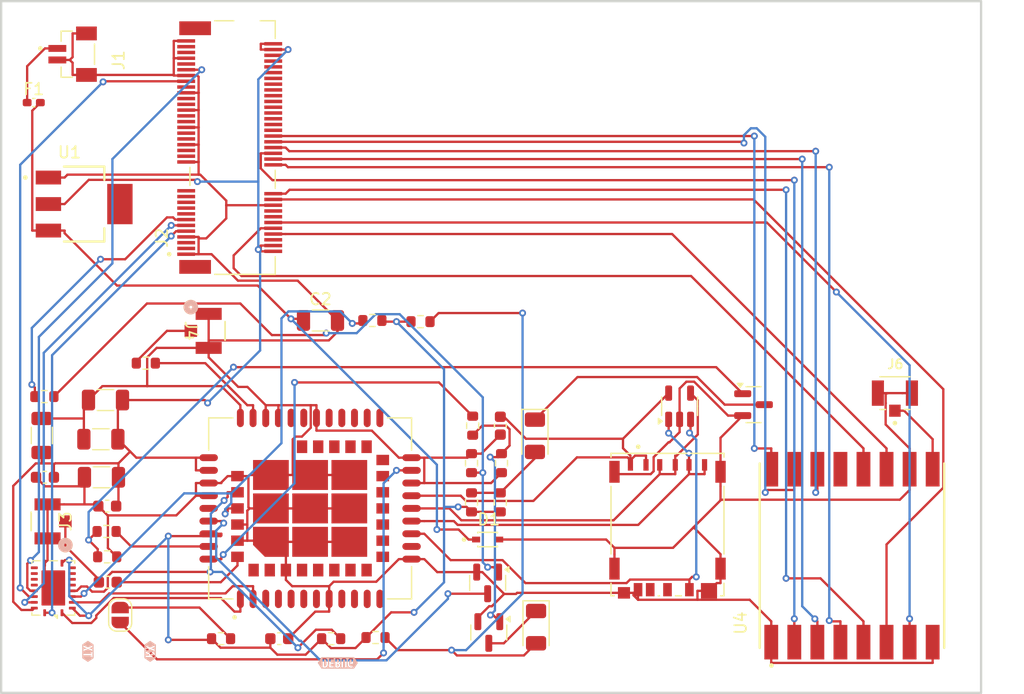
<source format=kicad_pcb>
(kicad_pcb (version 20240108) (generator "pcbnew") (generator_version "8.0")
  (layers (0 "F.Cu" signal) (31 "B.Cu" signal) (34 "B.Paste" user) (35 "F.Paste" user) (36 "B.SilkS" user "B.Silkscreen") (37 "F.SilkS" user "F.Silkscreen") (38 "B.Mask" user) (39 "F.Mask" user) (44 "Edge.Cuts" user))
  (net 0 "")
  (net 1 "GND")
  (net 3 "Net-(C7-Pad2)")
  (net 4 "GNSS_ANT")
  (net 5 "+1V8")
  (net 6 "SIM_VDD")
  (net 7 "Net-(D2-A)")
  (net 8 "Net-(D2-K)")
  (net 9 "SIM_DATA")
  (net 10 "SIM_CLK")
  (net 11 "SIM_RST")
  (net 12 "Net-(D4-K)")
  (net 13 "Net-(D4-A)")
  (net 17 "+3V3")
  (net 44 "Net-(JP1-A)")
  (net 45 "Net-(JP1-B)")
  (net 46 "Net-(Q1-B)")
  (net 47 "Net-(Q2-B)")
  (net 48 "PWR_KEY")
  (net 49 "Net-(Q3-B)")
  (net 50 "NETLIGHT")
  (net 51 "RF_ANT")
  (net 52 "SIM7080G_SCL")
  (net 53 "SIM7080G_SDA")
  (net 54 "STATUS")
  (net 55 "SIM7080G_PWR")
  (net 56 "SIM7080G_RXD")
  (net 57 "SIM7080G_TXD")
  (net 58 "DIO3")
  (net 60 "DIO0")
  (net 62 "UART1_RXD")
  (net 63 "UART1_TXD")
  (net 66 "DIO4")
  (net 70 "DIO1")
  (net 72 "Net-(J4-Pad1)")
  (net 73 "Net-(U1-INPUT)")
  (net 74 "+9V")
  (net 77 "DIO2")
  (net 80 "NSS")
  (net 91 "DIO5")
  (net 95 "MISO")
  (net 96 "RESET")
  (net 108 "MOSI")
  (net 113 "SCK")
  (net 114 "Net-(U4-ANT)")
  (net 116 "SCL_1v8")
  (net 120 "SDA_1v8")
  (net 121 "+3.3V")
  (footprint "MDT420E03002:AMPHENOL_MDT420E03002" (layer "F.Cu") (at 171.125 89.1 90)
    (property "Reference" "J2")
    (property "Value" "MDT420E03002")
  )
  (footprint "Capacitor_SMD:C_0603_1608Metric" (layer "F.Cu") (at 193.1 113.225 -90)
    (property "Reference" "C12" (hide yes))
    (property "Value" "0.1uF" (hide yes))
  )
  (footprint "Resistor_SMD:R_0603_1608Metric" (layer "F.Cu") (at 186.175 104.2)
    (property "Reference" "R12" (hide yes))
    (property "Value" "100" (hide yes))
  )
  (footprint "Capacitor_SMD:C_1206_3216Metric" (layer "F.Cu") (at 158.85 111 180)
    (property "Reference" "C13" (hide yes))
    (property "Value" "100uF" (hide yes))
  )
  (footprint "NSIM_5_B:CUI_NSIM-5-B" (layer "F.Cu") (at 207.6 121.8 180)
    (property "Reference" "J5" (hide yes))
    (property "Value" "NSIM-5-B" (hide yes))
  )
  (footprint "Resistor_SMD:R_0603_1608Metric" (layer "F.Cu") (at 162.35 107.8)
    (property "Reference" "R7" (hide yes))
    (property "Value" "0K" (hide yes))
  )
  (footprint "Capacitor_SMD:C_1206_3216Metric" (layer "F.Cu") (at 153.325 114.075 90)
    (property "Reference" "C1" (hide yes))
    (property "Value" "10uF" (hide yes))
  )
  (footprint "Resistor_SMD:R_0603_1608Metric" (layer "F.Cu") (at 159 124.6 180)
    (property "Reference" "R9" (hide yes))
    (property "Value" "47K" (hide yes))
  )
  (footprint "Package_TO_SOT_SMD:SOT-23-5" (layer "F.Cu") (at 208.65 111.5375 90)
    (property "Reference" "D3" (hide yes))
    (property "Value" "ESDA6V1SC5" (hide yes))
  )
  (footprint "Package_DFN_QFN:Texas_RGY_R-PVQFN-N20_EP2.05x3.05mm" (layer "F.Cu") (at 154.325 127.3 180)
    (property "Reference" "U3" (hide yes))
    (property "Value" "TXB0108RGY" (hide yes))
  )
  (footprint "Package_TO_SOT_SMD:SOT-23" (layer "F.Cu") (at 192.1 131.1625 -90)
    (property "Reference" "Q2" (hide yes))
    (property "Value" "SS8050" (hide yes))
  )
  (footprint "BZT52C12S:DIO_BZT52C12S" (layer "F.Cu") (at 192 123.1)
    (property "Reference" "D1")
    (property "Value" "BZT52C12S")
  )
  (footprint "SIM7080G:XCVR_SIM7080G" (layer "F.Cu") (at 176.6 120.4 90)
    (property "Reference" "U2" (hide yes))
    (property "Value" "SIM7080G" (hide yes))
  )
  (footprint "LED_SMD:LED_1206_3216Metric" (layer "F.Cu") (at 196.2 130.7 -90)
    (property "Reference" "D4" (hide yes))
    (property "Value" "LED" (hide yes))
  )
  (footprint "Resistor_SMD:R_0603_1608Metric" (layer "F.Cu") (at 153.55 110.7 180)
    (property "Reference" "R15" (hide yes))
    (property "Value" "4.7K" (hide yes))
  )
  (footprint "Resistor_SMD:R_0603_1608Metric" (layer "F.Cu") (at 190.7 113.225 90)
    (property "Reference" "R13" (hide yes))
    (property "Value" "4.7K" (hide yes))
  )
  (footprint "LED_SMD:LED_1206_3216Metric" (layer "F.Cu") (at 196.1 114.1 -90)
    (property "Reference" "D2" (hide yes))
    (property "Value" "LED" (hide yes))
  )
  (footprint "Resistor_SMD:R_0603_1608Metric" (layer "F.Cu") (at 158.95 122.4)
    (property "Reference" "R6" (hide yes))
    (property "Value" "4.7K" (hide yes))
  )
  (footprint "AZ1117IH-3.3TRG1:SOT230P700X185-4N" (layer "F.Cu") (at 157 94)
    (property "Reference" "U1")
    (property "Value" "AZ1117IH-3.3TRG1")
  )
  (footprint "Capacitor_SMD:C_1206_3216Metric" (layer "F.Cu") (at 158.45 114.4 180)
    (property "Reference" "C14" (hide yes))
    (property "Value" "100uF" (hide yes))
  )
  (footprint "Capacitor_SMD:C_0603_1608Metric" (layer "F.Cu") (at 159.05 126.8 180)
    (property "Reference" "C7" (hide yes))
    (property "Value" "33pF" (hide yes))
  )
  (footprint "Resistor_SMD:R_0603_1608Metric" (layer "F.Cu") (at 193.2 116.475 90)
    (property "Reference" "R14" (hide yes))
    (property "Value" "47K" (hide yes))
  )
  (footprint "Capacitor_SMD:C_1206_3216Metric" (layer "F.Cu") (at 177.5 104.1)
    (property "Reference" "C2")
    (property "Value" "10uF")
  )
  (footprint "Resistor_SMD:R_0603_1608Metric" (layer "F.Cu") (at 182 104.1 180)
    (property "Reference" "R8" (hide yes))
    (property "Value" "1K" (hide yes))
  )
  (footprint "COM-13909:MOD_COM-13909" (layer "F.Cu") (at 223.6 124.5 90)
    (property "Reference" "U4")
    (property "Value" "COM-13909")
  )
  (footprint "Capacitor_SMD:C_1206_3216Metric" (layer "F.Cu") (at 158.5 117.7 180)
    (property "Reference" "C15" (hide yes))
    (property "Value" "100uF" (hide yes))
  )
  (footprint "Package_TO_SOT_SMD:SOT-23" (layer "F.Cu") (at 192 126.8625 -90)
    (property "Reference" "Q3" (hide yes))
    (property "Value" "SS8050" (hide yes))
  )
  (footprint "CONUFL001:CONN1_CONUFL_TEC" (layer "F.Cu") (at 167.8 105 -90)
    (property "Reference" "J4")
    (property "Value" "RF Antenna")
  )
  (footprint "CONUFL001_SMD_T:LINX_CONUFL001-SMD-T" (layer "F.Cu") (at 227.325 110.4)
    (property "Reference" "J6")
    (property "Value" "RF Antenna")
  )
  (footprint "Jumper:SolderJumper-2_P1.3mm_Open_RoundedPad1.0x1.5mm" (layer "F.Cu") (at 160.125 129.65 -90)
    (property "Reference" "JP1" (hide yes))
    (property "Value" "SolderJumper_2_Open" (hide yes))
  )
  (footprint "BM02B-SRSS-TB_LF__SN_:JST_BM02B-SRSS-TB_LF__SN_" (layer "F.Cu") (at 157.2 81 -90)
    (property "Reference" "J1")
    (property "Value" "BM02B-SRSS-TB_LF__SN_")
  )
  (footprint "Resistor_SMD:R_0603_1608Metric" (layer "F.Cu") (at 168.875 131.7 180)
    (property "Reference" "R5" (hide yes))
    (property "Value" "10K" (hide yes))
  )
  (footprint "CONUFL001:CONN1_CONUFL_TEC" (layer "F.Cu") (at 153.825 121.525 90)
    (property "Reference" "J3")
    (property "Value" "GNSS Antenna")
  )
  (footprint "Resistor_SMD:R_0603_1608Metric" (layer "F.Cu") (at 190.6 116.475 -90)
    (property "Reference" "R16" (hide yes))
    (property "Value" "47K" (hide yes))
  )
  (footprint "Resistor_SMD:R_0603_1608Metric" (layer "F.Cu") (at 178.425 131.7)
    (property "Reference" "R10" (hide yes))
    (property "Value" "1K" (hide yes))
  )
  (footprint "Resistor_SMD:R_0603_1608Metric" (layer "F.Cu") (at 190.6 119.875 90)
    (property "Reference" "R3" (hide yes))
    (property "Value" "100" (hide yes))
  )
  (footprint "Capacitor_SMD:C_0603_1608Metric" (layer "F.Cu") (at 159 120.2 180)
    (property "Reference" "C16" (hide yes))
    (property "Value" "1uF" (hide yes))
  )
  (footprint "Package_TO_SOT_SMD:SOT-23" (layer "F.Cu") (at 215.0625 111.4)
    (property "Reference" "Q1" (hide yes))
    (property "Value" "SS8050" (hide yes))
  )
  (footprint "Resistor_SMD:R_0603_1608Metric" (layer "F.Cu") (at 182.275 131.6)
    (property "Reference" "R11" (hide yes))
    (property "Value" "100" (hide yes))
  )
  (footprint "Capacitor_SMD:C_0603_1608Metric" (layer "F.Cu") (at 153.6 117.7 180)
    (property "Reference" "C11" (hide yes))
    (property "Value" "0.1uF" (hide yes))
  )
  (footprint "Capacitor_SMD:C_0603_1608Metric" (layer "F.Cu") (at 173.925 131.7)
    (property "Reference" "C10" (hide yes))
    (property "Value" "0.1uF" (hide yes))
  )
  (footprint "Fuse:Fuse_0402_1005Metric_Pad0.77x0.64mm_HandSolder" (layer "F.Cu") (at 152.6275 85.2)
    (property "Reference" "F1")
    (property "Value" "Fuse")
  )
  (footprint "Resistor_SMD:R_0603_1608Metric" (layer "F.Cu") (at 193.1 119.875 90)
    (property "Reference" "R4" (hide yes))
    (property "Value" "100" (hide yes))
  )
  (footprint "kibuzzard-6729E0DB" (layer "B.Cu") (at 179 133.8)
    (property "Reference" "kibuzzard-6729E0DB" (hide yes))
    (property "Value" "G***" (hide yes))
  )
  (footprint "kibuzzard-6729E0B5" (layer "B.Cu") (at 162.725 132.8 90)
    (property "Reference" "kibuzzard-6729E0B5" (hide yes))
    (property "Value" "G***" (hide yes))
  )
  (footprint "kibuzzard-6729E0D0" (layer "B.Cu") (at 157.325 132.8 90)
    (property "Reference" "kibuzzard-6729E0D0" (hide yes))
    (property "Value" "G***" (hide yes))
  )
  (gr_rect (start 149.8 76.4) (end 234.8 136.4) (stroke (width 0.2)) (fill none) (layer "Edge.Cuts"))
  (segment (start 165.85 79.85) (end 164.7733 79.85) (width 0.2) (layer "F.Cu") (net 1))
  (segment (start 177.0483 129.3517) (end 174.7 131.7) (width 0.2) (layer "F.Cu") (net 1))
  (segment (start 191.15 130.225) (end 191.15 129.8642) (width 0.2) (layer "F.Cu") (net 1))
  (segment (start 170.3654 109.8628) (end 171.1645 109.8628) (width 0.2) (layer "F.Cu") (net 1))
  (segment (start 230.6 132) (end 230.6 133.8017) (width 0.2) (layer "F.Cu") (net 1))
  (segment (start 164.992 121.0063) (end 159.0594 121.0063) (width 0.2) (layer "F.Cu") (net 1))
  (segment (start 166.9267 98.35) (end 168.0468 98.35) (width 0.2) (layer "F.Cu") (net 1))
  (segment (start 208.65 109.9983) (end 209.2394 109.4089) (width 0.2) (layer "F.Cu") (net 1))
  (segment (start 174.5 125.75) (end 174.5 126.6017) (width 0.2) (layer "F.Cu") (net 1))
  (segment (start 164.7733 82.8) (end 158.4017 82.8) (width 0.2) (layer "F.Cu") (net 1))
  (segment (start 175.8903 114.1705) (end 175.335 114.1705) (width 0.2) (layer "F.Cu") (net 1))
  (segment (start 166.9267 91.4489) (end 155.5528 91.4489) (width 0.2) (layer "F.Cu") (net 1))
  (segment (start 203 117.225) (end 203 117.4252) (width 0.2) (layer "F.Cu") (net 1))
  (segment (start 166.8259 84.35) (end 166.9252 84.35) (width 0.2) (layer "F.Cu") (net 1))
  (segment (start 174.5 123.3) (end 174.5 125.75) (width 0.2) (layer "F.Cu") (net 1))
  (segment (start 226.5233 113.1216) (end 228.6 115.1983) (width 0.2) (layer "F.Cu") (net 1))
  (segment (start 207.7739 114.6644) (end 208.65 113.7883) (width 0.2) (layer "F.Cu") (net 1))
  (segment (start 173.85 112.55) (end 173.85 111.4483) (width 0.2) (layer "F.Cu") (net 1))
  (segment (start 185.4 116) (end 186.5017 116) (width 0.2) (layer "F.Cu") (net 1))
  (segment (start 178.2213 105.8281) (end 178.975 105.0744) (width 0.2) (layer "F.Cu") (net 1))
  (segment (start 155.9983 82.8) (end 155.9983 81.7466) (width 0.2) (layer "F.Cu") (net 1))
  (segment (start 156.975 112.6) (end 156.975 111.4) (width 0.2) (layer "F.Cu") (net 1))
  (segment (start 212.2 119.6452) (end 212.2 118.4767) (width 0.2) (layer "F.Cu") (net 1))
  (segment (start 157.025 118.4834) (end 153.6084 118.4834) (width 0.2) (layer "F.Cu") (net 1))
  (segment (start 202.2795 123.1) (end 203 123.8205) (width 0.2) (layer "F.Cu") (net 1))
  (segment (start 158.5814 109.7936) (end 162.4675 109.7936) (width 0.2) (layer "F.Cu") (net 1))
  (segment (start 159.0313 121.0063) (end 158.225 120.2) (width 0.2) (layer "F.Cu") (net 1))
  (segment (start 228.6 117.9008) (end 228.6 118.8017) (width 0.2) (layer "F.Cu") (net 1))
  (segment (start 178.25 128.2671) (end 178.25 129.3517) (width 0.2) (layer "F.Cu") (net 1))
  (segment (start 191.15 129.8642) (end 192.128 128.8862) (width 0.2) (layer "F.Cu") (net 1))
  (segment (start 228.6 117.9008) (end 228.6 117) (width 0.2) (layer "F.Cu") (net 1))
  (segment (start 176.6545 113.4063) (end 175.8903 114.1705) (width 0.2) (layer "F.Cu") (net 1))
  (segment (start 157.025 118.4834) (end 157.025 117.7) (width 0.2) (layer "F.Cu") (net 1))
  (segment (start 173.2 117.5) (end 171.3483 117.5) (width 0.2) (layer "F.Cu") (net 1))
  (segment (start 176.6545 111.4498) (end 176.6545 113.4063) (width 0.2) (layer "F.Cu") (net 1))
  (segment (start 227.9733 110.4) (end 226.6767 110.4) (width 0.2) (layer "F.Cu") (net 1))
  (segment (start 171.1517 121.8) (end 171.1517 120.5966) (width 0.2) (layer "F.Cu") (net 1))
  (segment (start 167.8 107.2974) (end 170.3654 109.8628) (width 0.2) (layer "F.Cu") (net 1))
  (segment (start 154.675 81.5) (end 155.7517 81.5) (width 0.2) (layer "F.Cu") (net 1))
  (segment (start 155.5528 91.4489) (end 155.3017 91.7) (width 0.2) (layer "F.Cu") (net 1))
  (segment (start 178.25 128.2671) (end 178.25 128.25) (width 0.2) (layer "F.Cu") (net 1))
  (segment (start 181.95 113.6517) (end 184.2983 116) (width 0.2) (layer "F.Cu") (net 1))
  (segment (start 209.2394 109.4089) (end 209.9111 109.4089) (width 0.2) (layer "F.Cu") (net 1))
  (segment (start 175.0937 114.4118) (end 175.0937 117.5) (width 0.2) (layer "F.Cu") (net 1))
  (segment (start 216.6 131.0991) (end 216.6 130.1983) (width 0.2) (layer "F.Cu") (net 1))
  (segment (start 167.8 106.475) (end 163.2904 106.475) (width 0.2) (layer "F.Cu") (net 1))
  (segment (start 171.2483 117.6) (end 171.2483 120.3) (width 0.2) (layer "F.Cu") (net 1))
  (segment (start 178.25 127.1498) (end 178.6381 126.7617) (width 0.2) (layer "F.Cu") (net 1))
  (segment (start 162.4675 107.2979) (end 162.4675 109.7936) (width 0.2) (layer "F.Cu") (net 1))
  (segment (start 175.335 114.1705) (end 175.0937 114.4118) (width 0.2) (layer "F.Cu") (net 1))
  (segment (start 210.1983 128.3267) (end 214.7284 128.3267) (width 0.2) (layer "F.Cu") (net 1))
  (segment (start 155.7517 81.5) (end 155.9983 81.2534) (width 0.2) (layer "F.Cu") (net 1))
  (segment (start 170.3 123.2) (end 171.1517 123.2) (width 0.2) (layer "F.Cu") (net 1))
  (segment (start 155.9983 81.7466) (end 155.7517 81.5) (width 0.2) (layer "F.Cu") (net 1))
  (segment (start 164.8742 81.35) (end 164.7748 81.35) (width 0.2) (layer "F.Cu") (net 1))
  (segment (start 157.025 120.05) (end 155.257 120.05) (width 0.2) (layer "F.Cu") (net 1))
  (segment (start 165.85 90.35) (end 166.9267 90.35) (width 0.2) (layer "F.Cu") (net 1))
  (segment (start 176.653 111.4483) (end 176.6545 111.4498) (width 0.2) (layer "F.Cu") (net 1))
  (segment (start 172.75 111.4483) (end 173.85 111.4483) (width 0.2) (layer "F.Cu") (net 1))
  (segment (start 226.6527 110.4241) (end 226.5832 110.4241) (width 0.2) (layer "F.Cu") (net 1))
  (segment (start 203.0015 117.4267) (end 206.1434 117.4267) (width 0.2) (layer "F.Cu") (net 1))
  (segment (start 153.825 120.05) (end 155.257 120.05) (width 0.2) (layer "F.Cu") (net 1))
  (segment (start 153.825 124.9) (end 153.575 125.15) (width 0.2) (layer "F.Cu") (net 1))
  (segment (start 171.1645 109.8628) (end 172.75 111.4483) (width 0.2) (layer "F.Cu") (net 1))
  (segment (start 226.5248 111.2735) (end 226.5233 111.275) (width 0.2) (layer "F.Cu") (net 1))
  (segment (start 159.0594 123.8344) (end 159.825 124.6) (width 0.2) (layer "F.Cu") (net 1))
  (segment (start 169.3267 93.7047) (end 169.3267 94.1) (width 0.2) (layer "F.Cu") (net 1))
  (segment (start 166.9267 85.85) (end 166.9267 87.35) (width 0.2) (layer "F.Cu") (net 1))
  (segment (start 208.65 112.675) (end 208.65 109.9983) (width 0.2) (layer "F.Cu") (net 1))
  (segment (start 212.2 125.625) (end 212.2 126.8767) (width 0.2) (layer "F.Cu") (net 1))
  (segment (start 156.975 111.4) (end 157.375 111) (width 0.2) (layer "F.Cu") (net 1))
  (segment (start 186.5017 116) (end 186.5017 118.2) (width 0.2) (layer "F.Cu") (net 1))
  (segment (start 166.9267 87.35) (end 166.9267 88.85) (width 0.2) (layer "F.Cu") (net 1))
  (segment (start 176.6 120.4) (end 180 120.4) (width 0.2) (layer "F.Cu") (net 1))
  (segment (start 175.5189 100.6439) (end 178.975 104.1) (width 0.2) (layer "F.Cu") (net 1))
  (segment (start 204.6517 127.725) (end 204.6517 127.9334) (width 0.2) (layer "F.Cu") (net 1))
  (segment (start 192.3 118.2) (end 193.2 117.3) (width 0.2) (layer "F.Cu") (net 1))
  (segment (start 178.25 127.1483) (end 175.0466 127.1483) (width 0.2) (layer "F.Cu") (net 1))
  (segment (start 211.2 127.55) (end 210.1983 127.55) (width 0.2) (layer "F.Cu") (net 1))
  (segment (start 166.9267 84.3515) (end 166.9267 85.85) (width 0.2) (layer "F.Cu") (net 1))
  (segment (start 209.9111 109.4089) (end 212.8522 112.35) (width 0.2) (layer "F.Cu") (net 1))
  (segment (start 193.432 127.8193) (end 191.5376 125.925) (width 0.2) (layer "F.Cu") (net 1))
  (segment (start 226.6767 110.4001) (end 226.6527 110.4241) (width 0.2) (layer "F.Cu") (net 1))
  (segment (start 226.5248 110.4825) (end 226.5248 111.2735) (width 0.2) (layer "F.Cu") (net 1))
  (segment (start 166.9267 91.4489) (end 167.0709 91.4489) (width 0.2) (layer "F.Cu") (net 1))
  (segment (start 164.7733 82.8) (end 164.7733 82.85) (width 0.2) (layer "F.Cu") (net 1))
  (segment (start 203.825 127.725) (end 204.6517 127.725) (width 0.2) (layer "F.Cu") (net 1))
  (segment (start 174.5 123.3) (end 176.6 123.3) (width 0.2) (layer "F.Cu") (net 1))
  (segment (start 166.6983 119.3) (end 164.992 121.0063) (width 0.2) (layer "F.Cu") (net 1))
  (segment (start 169.4483 117.6) (end 168.9017 118.1466) (width 0.2) (layer "F.Cu") (net 1))
  (segment (start 208.0808 123.8205) (end 209.864 122.0373) (width 0.2) (layer "F.Cu") (net 1))
  (segment (start 166.6983 119.3) (end 166.6983 118.2) (width 0.2) (layer "F.Cu") (net 1))
  (segment (start 216.6 133.8017) (end 230.6 133.8017) (width 0.2) (layer "F.Cu") (net 1))
  (segment (start 180 117.5) (end 176.6 117.5) (width 0.2) (layer "F.Cu") (net 1))
  (segment (start 170.3 121.8) (end 171.1517 121.8) (width 0.2) (layer "F.Cu") (net 1))
  (segment (start 165.85 84.35) (end 166.8259 84.35) (width 0.2) (layer "F.Cu") (net 1))
  (segment (start 167.5882 96.9812) (end 166.9267 96.9812) (width 0.2) (layer "F.Cu") (net 1))
  (segment (start 214.7284 128.3267) (end 216.6 130.1983) (width 0.2) (layer "F.Cu") (net 1))
  (segment (start 166.9267 88.85) (end 166.9267 90.35) (width 0.2) (layer "F.Cu") (net 1))
  (segment (start 170.55 112.55) (end 170.55 111.4483) (width 0.2) (layer "F.Cu") (net 1))
  (segment (start 192.3651 128.8862) (end 193.432 127.8193) (width 0.2) (layer "F.Cu") (net 1))
  (segment (start 167.8 105.8281) (end 167.8 103.525) (width 0.2) (layer "F.Cu") (net 1))
  (segment (start 158.225 120.2) (end 158.075 120.05) (width 0.2) (layer "F.Cu") (net 1))
  (segment (start 153.575 125.15) (end 153.575 126.55) (width 0.2) (layer "F.Cu") (net 1))
  (segment (start 166.9267 90.35) (end 166.9267 91.4489) (width 0.2) (layer "F.Cu") (net 1))
  (segment (start 206.3983 115.9541) (end 207.688 114.6644) (width 0.2) (layer "F.Cu") (net 1))
  (segment (start 168.0468 98.35) (end 170.3407 100.6439) (width 0.2) (layer "F.Cu") (net 1))
  (segment (start 153.825 120.05) (end 153.825 123) (width 0.2) (layer "F.Cu") (net 1))
  (segment (start 212.2 126.8767) (end 211.8733 126.8767) (width 0.2) (layer "F.Cu") (net 1))
  (segment (start 186.5017 116) (end 190.25 116) (width 0.2) (layer "F.Cu") (net 1))
  (segment (start 162.4675 109.7936) (end 168.8953 109.7936) (width 0.2) (layer "F.Cu") (net 1))
  (segment (start 209.864 122.0373) (end 212.2 119.7013) (width 0.2) (layer "F.Cu") (net 1))
  (segment (start 194.5536 127.725) (end 194.4592 127.8194) (width 0.2) (layer "F.Cu") (net 1))
  (segment (start 185.4 116) (end 184.2983 116) (width 0.2) (layer "F.Cu") (net 1))
  (segment (start 178.25 127.1498) (end 178.25 127.1483) (width 0.2) (layer "F.Cu") (net 1))
  (segment (start 228.8 110.4) (end 227.9733 110.4) (width 0.2) (layer "F.Cu") (net 1))
  (segment (start 169.3267 95.2427) (end 167.5882 96.9812) (width 0.2) (layer "F.Cu") (net 1))
  (segment (start 171.1517 123.2) (end 173.1 123.2) (width 0.2) (layer "F.Cu") (net 1))
  (segment (start 167.8 118.2) (end 166.6983 118.2) (width 0.2) (layer "F.Cu") (net 1))
  (segment (start 212.2 117.8508) (end 212.2 117.225) (width 0.2) (layer "F.Cu") (net 1))
  (segment (start 177.15 112.55) (end 177.15 111.4483) (width 0.2) (layer "F.Cu") (net 1))
  (segment (start 170.3 117.6) (end 169.4483 117.6) (width 0.2) (layer "F.Cu") (net 1))
  (segment (start 170.3407 100.6439) (end 175.5189 100.6439) (width 0.2) (layer "F.Cu") (net 1))
  (segment (start 169.3267 94.1) (end 173.4 94.1) (width 0.2) (layer "F.Cu") (net 1))
  (segment (start 178.6381 126.7617) (end 182.3366 126.7617) (width 0.2) (layer "F.Cu") (net 1))
  (segment (start 165.85 88.85) (end 166.9267 88.85) (width 0.2) (layer "F.Cu") (net 1))
  (segment (start 168.9017 118.1466) (end 168.9017 118.2) (width 0.2) (layer "F.Cu") (net 1))
  (segment (start 185.4 124.8) (end 186.5017 124.8) (width 0.2) (layer "F.Cu") (net 1))
  (segment (start 192.128 128.8862) (end 192.3651 128.8862) (width 0.2) (layer "F.Cu") (net 1))
  (segment (start 190.25 116) (end 190.6 115.65) (width 0.2) (layer "F.Cu") (net 1))
  (segment (start 153.6084 118.4834) (end 152.825 117.7) (width 0.2) (layer "F.Cu") (net 1))
  (segment (start 212.2 114.275) (end 214.125 112.35) (width 0.2) (layer "F.Cu") (net 1))
  (segment (start 191.45 115.65) (end 193.1 114) (width 0.2) (layer "F.Cu") (net 1))
  (segment (start 193 123.1) (end 202.2795 123.1) (width 0.2) (layer "F.Cu") (net 1))
  (segment (start 167.0709 91.4489) (end 169.3267 93.7047) (width 0.2) (layer "F.Cu") (net 1))
  (segment (start 165.85 96.85) (end 166.9267 96.85) (width 0.2) (layer "F.Cu") (net 1))
  (segment (start 157.375 111) (end 158.5814 109.7936) (width 0.2) (layer "F.Cu") (net 1))
  (segment (start 171.1517 120.5966) (end 171.3483 120.4) (width 0.2) (layer "F.Cu") (net 1))
  (segment (start 187.6267 125.925) (end 186.5017 124.8) (width 0.2) (layer "F.Cu") (net 1))
  (segment (start 164.7748 81.35) (end 164.7733 81.35) (width 0.2) (layer "F.Cu") (net 1))
  (segment (start 155.9983 81.2534) (end 155.9983 79.2) (width 0.2) (layer "F.Cu") (net 1))
  (segment (start 205.045 128.3267) (end 210.1983 128.3267) (width 0.2) (layer "F.Cu") (net 1))
  (segment (start 191.5376 125.925) (end 191.05 125.925) (width 0.2) (layer "F.Cu") (net 1))
  (segment (start 157.2 82.8) (end 158.4017 82.8) (width 0.2) (layer "F.Cu") (net 1))
  (segment (start 167.8 118.2) (end 168.9017 118.2) (width 0.2) (layer "F.Cu") (net 1))
  (segment (start 175.0937 117.5) (end 176.6 117.5) (width 0.2) (layer "F.Cu") (net 1))
  (segment (start 156.975 114.4) (end 156.975 112.6) (width 0.2) (layer "F.Cu") (net 1))
  (segment (start 167.8 106.475) (end 167.8 105.8281) (width 0.2) (layer "F.Cu") (net 1))
  (segment (start 175.0466 127.1483) (end 174.5 126.6017) (width 0.2) (layer "F.Cu") (net 1))
  (segment (start 176.656 111.4483) (end 177.15 111.4483) (width 0.2) (layer "F.Cu") (net 1))
  (segment (start 173.1 123.2) (end 173.2 123.3) (width 0.2) (layer "F.Cu") (net 1))
  (segment (start 212.2 125.625) (end 212.2 124.3733) (width 0.2) (layer "F.Cu") (net 1))
  (segment (start 216.6 132) (end 216.6 133.8017) (width 0.2) (layer "F.Cu") (net 1))
  (segment (start 177.15 113.6517) (end 181.95 113.6517) (width 0.2) (layer "F.Cu") (net 1))
  (segment (start 158.075 120.05) (end 157.025 120.05) (width 0.2) (layer "F.Cu") (net 1))
  (segment (start 159.0594 121.0063) (end 159.0594 123.8344) (width 0.2) (layer "F.Cu") (net 1))
  (segment (start 166.9252 84.35) (end 166.9267 84.35) (width 0.2) (layer "F.Cu") (net 1))
  (segment (start 166.8173 82.85) (end 165.85 82.85) (width 0.2) (layer "F.Cu") (net 1))
  (segment (start 171.1517 123.2) (end 171.1517 121.8) (width 0.2) (layer "F.Cu") (net 1))
  (segment (start 167.8 119.3) (end 167.2492 119.3) (width 0.2) (layer "F.Cu") (net 1))
  (segment (start 178.975 105.0744) (end 178.975 104.1) (width 0.2) (layer "F.Cu") (net 1))
  (segment (start 169.3267 94.1) (end 169.3267 95.2427) (width 0.2) (layer "F.Cu") (net 1))
  (segment (start 167.2492 119.3) (end 166.6983 119.3) (width 0.2) (layer "F.Cu") (net 1))
  (segment (start 166.9267 84.35) (end 166.9267 82.9594) (width 0.2) (layer "F.Cu") (net 1))
  (segment (start 165.85 82.85) (end 164.7733 82.85) (width 0.2) (layer "F.Cu") (net 1))
  (segment (start 190.6 115.65) (end 191.45 115.65) (width 0.2) (layer "F.Cu") (net 1))
  (segment (start 211.8733 126.8767) (end 211.2 127.55) (width 0.2) (layer "F.Cu") (net 1))
  (segment (start 165.85 98.35) (end 166.7755 98.35) (width 0.2) (layer "F.Cu") (net 1))
  (segment (start 157.025 120.05) (end 157.025 118.4834) (width 0.2) (layer "F.Cu") (net 1))
  (segment (start 203 123.8205) (end 203 124.3733) (width 0.2) (layer "F.Cu") (net 1))
  (segment (start 178.25 128.25) (end 178.25 127.2491) (width 0.2) (layer "F.Cu") (net 1))
  (segment (start 167.8 105.8281) (end 178.2213 105.8281) (width 0.2) (layer "F.Cu") (net 1))
  (segment (start 225.85 110.4) (end 226.6767 110.4) (width 0.2) (layer "F.Cu") (net 1))
  (segment (start 226.5832 110.4241) (end 226.5248 110.4825) (width 0.2) (layer "F.Cu") (net 1))
  (segment (start 164.7733 81.35) (end 164.7733 82.8) (width 0.2) (layer "F.Cu") (net 1))
  (segment (start 212.2 119.7013) (end 212.2 119.6452) (width 0.2) (layer "F.Cu") (net 1))
  (segment (start 226.6767 110.4) (end 226.6767 110.4001) (width 0.2) (layer "F.Cu") (net 1))
  (segment (start 185.4 124.8) (end 184.2983 124.8) (width 0.2) (layer "F.Cu") (net 1))
  (segment (start 171.2483 117.6) (end 170.3 117.6) (width 0.2) (layer "F.Cu") (net 1))
  (segment (start 153.575 126.55) (end 154.325 127.3) (width 0.2) (layer "F.Cu") (net 1))
  (segment (start 206.1434 117.4267) (end 206.3983 117.1718) (width 0.2) (layer "F.Cu") (net 1))
  (segment (start 204.6517 127.9334) (end 205.045 128.3267) (width 0.2) (layer "F.Cu") (net 1))
  (segment (start 166.9267 98.35) (end 166.9267 96.9812) (width 0.2) (layer "F.Cu") (net 1))
  (segment (start 171.2483 117.6) (end 171.3483 117.5) (width 0.2) (layer "F.Cu") (net 1))
  (segment (start 165.85 85.85) (end 166.9267 85.85) (width 0.2) (layer "F.Cu") (net 1))
  (segment (start 194.4592 127.8194) (end 193.432 127.8194) (width 0.2) (layer "F.Cu") (net 1))
  (segment (start 191.05 125.925) (end 187.6267 125.925) (width 0.2) (layer "F.Cu") (net 1))
  (segment (start 173.2 120.4) (end 176.6 120.4) (width 0.2) (layer "F.Cu") (net 1))
  (segment (start 153.325 112.6) (end 156.975 112.6) (width 0.2) (layer "F.Cu") (net 1))
  (segment (start 166.9267 96.9812) (end 166.9267 96.85) (width 0.2) (layer "F.Cu") (net 1))
  (segment (start 216.6 131.0991) (end 216.6 132) (width 0.2) (layer "F.Cu") (net 1))
  (segment (start 173.2 117.5) (end 175.0937 117.5) (width 0.2) (layer "F.Cu") (net 1))
  (segment (start 185.4 118.2) (end 186.5017 118.2) (width 0.2) (layer "F.Cu") (net 1))
  (segment (start 153.9 91.7) (end 155.3017 91.7) (width 0.2) (layer "F.Cu") (net 1))
  (segment (start 166.9252 84.35) (end 166.9267 84.3515) (width 0.2) (layer "F.Cu") (net 1))
  (segment (start 172.75 112.55) (end 172.75 111.4483) (width 0.2) (layer "F.Cu") (net 1))
  (segment (start 165.85 87.35) (end 166.9267 87.35) (width 0.2) (layer "F.Cu") (net 1))
  (segment (start 157.2 82.8) (end 155.9983 82.8) (width 0.2) (layer "F.Cu") (net 1))
  (segment (start 171.2483 120.3) (end 171.3483 120.4) (width 0.2) (layer "F.Cu") (net 1))
  (segment (start 153.825 123) (end 153.825 124.9) (width 0.2) (layer "F.Cu") (net 1))
  (segment (start 165.85 81.35) (end 164.8742 81.35) (width 0.2) (layer "F.Cu") (net 1))
  (segment (start 173.2 120.4) (end 171.3483 120.4) (width 0.2) (layer "F.Cu") (net 1))
  (segment (start 212.8522 112.35) (end 214.125 112.35) (width 0.2) (layer "F.Cu") (net 1))
  (segment (start 193.432 127.8194) (end 193.432 127.8193) (width 0.2) (layer "F.Cu") (net 1))
  (segment (start 212.2 117.8508) (end 212.2 118.4767) (width 0.2) (layer "F.Cu") (net 1))
  (segment (start 180 123.3) (end 176.6 123.3) (width 0.2) (layer "F.Cu") (net 1))
  (segment (start 205.045 127.45) (end 205.045 128.3267) (width 0.2) (layer "F.Cu") (net 1))
  (segment (start 209.864 122.0373) (end 212.2 124.3733) (width 0.2) (layer "F.Cu") (net 1))
  (segment (start 228.6 118.8017) (end 227.7565 119.6452) (width 0.2) (layer "F.Cu") (net 1))
  (segment (start 203 125.625) (end 203 124.3733) (width 0.2) (layer "F.Cu") (net 1))
  (segment (start 177.15 113.1008) (end 177.15 112.55) (width 0.2) (layer "F.Cu") (net 1))
  (segment (start 166.9267 82.9594) (end 166.8173 82.85) (width 0.2) (layer "F.Cu") (net 1))
  (segment (start 203 117.4252) (end 203.0015 117.4267) (width 0.2) (layer "F.Cu") (net 1))
  (segment (start 203.825 127.725) (end 194.5536 127.725) (width 0.2) (layer "F.Cu") (net 1))
  (segment (start 168.8953 109.7936) (end 170.55 111.4483) (width 0.2) (layer "F.Cu") (net 1))
  (segment (start 186.5017 118.2) (end 192.3 118.2) (width 0.2) (layer "F.Cu") (net 1))
  (segment (start 177.15 113.1008) (end 177.15 113.6517) (width 0.2) (layer "F.Cu") (net 1))
  (segment (start 159.0594 121.0063) (end 159.0313 121.0063) (width 0.2) (layer "F.Cu") (net 1))
  (segment (start 226.5233 111.275) (end 226.5233 113.1216) (width 0.2) (layer "F.Cu") (net 1))
  (segment (start 182.3366 126.7617) (end 184.2983 124.8) (width 0.2) (layer "F.Cu") (net 1))
  (segment (start 208.65 113.7883) (end 208.65 112.675) (width 0.2) (layer "F.Cu") (net 1))
  (segment (start 163.2904 106.475) (end 162.4675 107.2979) (width 0.2) (layer "F.Cu") (net 1))
  (segment (start 173.85 111.4483) (end 176.653 111.4483) (width 0.2) (layer "F.Cu") (net 1))
  (segment (start 157.2 79.2) (end 155.9983 79.2) (width 0.2) (layer "F.Cu") (net 1))
  (segment (start 207.688 114.6644) (end 207.7739 114.6644) (width 0.2) (layer "F.Cu") (net 1))
  (segment (start 178.25 129.3517) (end 177.0483 129.3517) (width 0.2) (layer "F.Cu") (net 1))
  (segment (start 228.6 117) (end 228.6 115.1983) (width 0.2) (layer "F.Cu") (net 1))
  (segment (start 178.25 127.2491) (end 178.25 127.1498) (width 0.2) (layer "F.Cu") (net 1))
  (segment (start 212.2 117.225) (end 212.2 114.275) (width 0.2) (layer "F.Cu") (net 1))
  (segment (start 203 123.8205) (end 208.0808 123.8205) (width 0.2) (layer "F.Cu") (net 1))
  (segment (start 206.3983 117.1718) (end 206.3983 115.9541) (width 0.2) (layer "F.Cu") (net 1))
  (segment (start 176.6545 111.4498) (end 176.656 111.4483) (width 0.2) (layer "F.Cu") (net 1))
  (segment (start 166.7755 98.35) (end 166.9267 98.35) (width 0.2) (layer "F.Cu") (net 1))
  (segment (start 227.7565 119.6452) (end 212.2 119.6452) (width 0.2) (layer "F.Cu") (net 1))
  (segment (start 164.7733 81.35) (end 164.7733 79.85) (width 0.2) (layer "F.Cu") (net 1))
  (segment (start 210.1983 127.55) (end 210.1983 128.3267) (width 0.2) (layer "F.Cu") (net 1))
  (segment (start 173.2 123.3) (end 174.5 123.3) (width 0.2) (layer "F.Cu") (net 1))
  (segment (start 167.8 106.475) (end 167.8 107.2974) (width 0.2) (layer "F.Cu") (net 1))
  (segment (start 155.3696 121.525) (end 155.3696 123.6631) (width 0.2) (layer "F.Cu") (net 3))
  (segment (start 158.275 126.5685) (end 158.275 126.8) (width 0.2) (layer "F.Cu") (net 3))
  (segment (start 155.3696 123.6631) (end 158.275 126.5685) (width 0.2) (layer "F.Cu") (net 3))
  (segment (start 168.8517 126.8) (end 159.825 126.8) (width 0.2) (layer "F.Cu") (net 4))
  (segment (start 170.3 124.6) (end 170.3 125.3517) (width 0.2) (layer "F.Cu") (net 4))
  (segment (start 170.3 125.3517) (end 168.8517 126.8) (width 0.2) (layer "F.Cu") (net 4))
  (segment (start 182.925 104.2) (end 182.825 104.1) (width 0.2) (layer "F.Cu") (net 5))
  (segment (start 168.9017 122.745) (end 168.8434 122.8033) (width 0.2) (layer "F.Cu") (net 5))
  (segment (start 173.15 132.4807) (end 168.8307 132.4807) (width 0.2) (layer "F.Cu") (net 5))
  (segment (start 173.15 131.7) (end 173.15 132.4807) (width 0.2) (layer "F.Cu") (net 5))
  (segment (start 155.3422 124.8828) (end 155.7078 124.8828) (width 0.2) (layer "F.Cu") (net 5))
  (segment (start 178.4123 132.5123) (end 180.5377 132.5123) (width 0.2) (layer "F.Cu") (net 5))
  (segment (start 181.45 131.6) (end 183.6335 129.4165) (width 0.2) (layer "F.Cu") (net 5))
  (segment (start 185.35 104.2) (end 184.0907 104.2) (width 0.2) (layer "F.Cu") (net 5))
  (segment (start 183.6335 129.4165) (end 185.6147 129.4165) (width 0.2) (layer "F.Cu") (net 5))
  (segment (start 190.1688 120.2688) (end 189.4396 120.2688) (width 0.2) (layer "F.Cu") (net 5))
  (segment (start 184.0907 104.2) (end 182.925 104.2) (width 0.2) (layer "F.Cu") (net 5))
  (segment (start 193.1 120.7) (end 190.6 120.7) (width 0.2) (layer "F.Cu") (net 5))
  (segment (start 155.975 129.05) (end 156.6321 129.7071) (width 0.2) (layer "F.Cu") (net 5))
  (segment (start 176.2123 133.0877) (end 177.6 131.7) (width 0.2) (layer "F.Cu") (net 5))
  (segment (start 168.8434 122.8033) (end 164.2996 122.8033) (width 0.2) (layer "F.Cu") (net 5))
  (segment (start 156.6321 129.7071) (end 157.3934 129.7071) (width 0.2) (layer "F.Cu") (net 5))
  (segment (start 168.05 131.7) (end 167.9483 131.8017) (width 0.2) (layer "F.Cu") (net 5))
  (segment (start 155.075 125.15) (end 155.3422 124.8828) (width 0.2) (layer "F.Cu") (net 5))
  (segment (start 167.9483 131.8017) (end 164.2996 131.8017) (width 0.2) (layer "F.Cu") (net 5))
  (segment (start 167.8 122.6) (end 168.9017 122.6) (width 0.2) (layer "F.Cu") (net 5))
  (segment (start 173.15 132.4807) (end 173.757 133.0877) (width 0.2) (layer "F.Cu") (net 5))
  (segment (start 168.9017 122.6) (end 168.9017 122.745) (width 0.2) (layer "F.Cu") (net 5))
  (segment (start 177.6 131.7) (end 178.4123 132.5123) (width 0.2) (layer "F.Cu") (net 5))
  (segment (start 180.5377 132.5123) (end 181.45 131.6) (width 0.2) (layer "F.Cu") (net 5))
  (segment (start 190.6 120.7) (end 190.1688 120.2688) (width 0.2) (layer "F.Cu") (net 5))
  (segment (start 168.8307 132.4807) (end 168.05 131.7) (width 0.2) (layer "F.Cu") (net 5))
  (segment (start 173.757 133.0877) (end 176.2123 133.0877) (width 0.2) (layer "F.Cu") (net 5))
  (via (at 164.2996 131.8017) (size 0.6) (drill 0.3) (layers "F.Cu" "B.Cu") (net 5))
  (via (at 157.3934 129.7071) (size 0.6) (drill 0.3) (layers "F.Cu" "B.Cu") (net 5))
  (via (at 189.4396 120.2688) (size 0.6) (drill 0.3) (layers "F.Cu" "B.Cu") (net 5))
  (via (at 184.0907 104.2) (size 0.6) (drill 0.3) (layers "F.Cu" "B.Cu") (net 5))
  (via (at 164.2996 122.8033) (size 0.6) (drill 0.3) (layers "F.Cu" "B.Cu") (net 5))
  (via (at 155.7078 124.8828) (size 0.6) (drill 0.3) (layers "F.Cu" "B.Cu") (net 5))
  (via (at 185.6147 129.4165) (size 0.6) (drill 0.3) (layers "F.Cu" "B.Cu") (net 5))
  (segment (start 188.2164 126.8148) (end 188.2164 120.2688) (width 0.2) (layer "B.Cu") (net 5))
  (segment (start 164.2996 122.8033) (end 164.2996 131.8017) (width 0.2) (layer "B.Cu") (net 5))
  (segment (start 188.2164 108.3257) (end 184.0907 104.2) (width 0.2) (layer "B.Cu") (net 5))
  (segment (start 155.7078 128.0215) (end 155.7078 124.8828) (width 0.2) (layer "B.Cu") (net 5))
  (segment (start 188.2164 120.2688) (end 188.2164 108.3257) (width 0.2) (layer "B.Cu") (net 5))
  (segment (start 157.3934 129.7071) (end 155.7078 128.0215) (width 0.2) (layer "B.Cu") (net 5))
  (segment (start 185.6147 129.4165) (end 188.2164 126.8148) (width 0.2) (layer "B.Cu") (net 5))
  (segment (start 189.4396 120.2688) (end 188.2164 120.2688) (width 0.2) (layer "B.Cu") (net 5))
  (segment (start 157.3958 129.7071) (end 157.3934 129.7071) (width 0.2) (layer "B.Cu") (net 5))
  (segment (start 164.2996 122.8033) (end 157.3958 129.7071) (width 0.2) (layer "B.Cu") (net 5))
  (segment (start 195.3231 114.3593) (end 203.7407 114.3593) (width 0.2) (layer "F.Cu") (net 6))
  (segment (start 199.7451 115.9733) (end 204.1342 115.9733) (width 0.2) (layer "F.Cu") (net 6))
  (segment (start 193.1 112.45) (end 193.4138 112.45) (width 0.2) (layer "F.Cu") (net 6))
  (segment (start 190.1168 119.7525) (end 195.9659 119.7525) (width 0.2) (layer "F.Cu") (net 6))
  (segment (start 203.7407 115.179) (end 203.7407 114.3593) (width 0.2) (layer "F.Cu") (net 6))
  (segment (start 195.9659 119.7525) (end 199.7451 115.9733) (width 0.2) (layer "F.Cu") (net 6))
  (segment (start 204.1342 115.9733) (end 204.385 116.2241) (width 0.2) (layer "F.Cu") (net 6))
  (segment (start 193.4138 112.45) (end 195.3231 114.3593) (width 0.2) (layer "F.Cu") (net 6))
  (segment (start 189.6643 119.3) (end 190.1168 119.7525) (width 0.2) (layer "F.Cu") (net 6))
  (segment (start 185.4 119.3) (end 189.6643 119.3) (width 0.2) (layer "F.Cu") (net 6))
  (segment (start 204.385 116.625) (end 204.385 116.2241) (width 0.2) (layer "F.Cu") (net 6))
  (segment (start 204.7858 115.8233) (end 205.735 115.8233) (width 0.2) (layer "F.Cu") (net 6))
  (segment (start 205.735 116.625) (end 205.735 115.8233) (width 0.2) (layer "F.Cu") (net 6))
  (segment (start 204.385 116.2241) (end 204.7858 115.8233) (width 0.2) (layer "F.Cu") (net 6))
  (segment (start 204.385 115.8233) (end 203.7407 115.179) (width 0.2) (layer "F.Cu") (net 6))
  (segment (start 203.7407 114.3593) (end 207.7 110.4) (width 0.2) (layer "F.Cu") (net 6))
  (segment (start 204.385 116.2241) (end 204.385 115.8233) (width 0.2) (layer "F.Cu") (net 6))
  (segment (start 193.1 119.05) (end 196.1 116.05) (width 0.2) (layer "F.Cu") (net 7))
  (segment (start 190.6 119.05) (end 193.1 119.05) (width 0.2) (layer "F.Cu") (net 7))
  (segment (start 196.1 116.05) (end 196.1 115.5) (width 0.2) (layer "F.Cu") (net 7))
  (segment (start 199.7943 109.0057) (end 210.1671 109.0057) (width 0.2) (layer "F.Cu") (net 8))
  (segment (start 210.1671 109.0057) (end 212.5614 111.4) (width 0.2) (layer "F.Cu") (net 8))
  (segment (start 212.5614 111.4) (end 216 111.4) (width 0.2) (layer "F.Cu") (net 8))
  (segment (start 196.1 112.7) (end 199.7943 109.0057) (width 0.2) (layer "F.Cu") (net 8))
  (segment (start 204.046 126.8767) (end 204.3494 126.5733) (width 0.2) (layer "F.Cu") (net 9))
  (segment (start 209.6 113.7652) (end 209.5093 113.8559) (width 0.2) (layer "F.Cu") (net 9))
  (segment (start 209.5 127.45) (end 209.5 126.5733) (width 0.2) (layer "F.Cu") (net 9))
  (segment (start 204.3494 126.5733) (end 209.5 126.5733) (width 0.2) (layer "F.Cu") (net 9))
  (segment (start 209.6 112.675) (end 209.6 113.7652) (width 0.2) (layer "F.Cu") (net 9))
  (segment (start 188.7869 124.8852) (end 193.2874 124.8852) (width 0.2) (layer "F.Cu") (net 9))
  (segment (start 186.5017 122.6) (end 188.7869 124.8852) (width 0.2) (layer "F.Cu") (net 9))
  (segment (start 195.2789 126.8767) (end 204.046 126.8767) (width 0.2) (layer "F.Cu") (net 9))
  (segment (start 193.2874 124.8852) (end 195.2789 126.8767) (width 0.2) (layer "F.Cu") (net 9))
  (segment (start 209.7322 126.3411) (end 210.0956 126.3411) (width 0.2) (layer "F.Cu") (net 9))
  (segment (start 209.5 126.5733) (end 209.7322 126.3411) (width 0.2) (layer "F.Cu") (net 9))
  (segment (start 185.4 122.6) (end 186.5017 122.6) (width 0.2) (layer "F.Cu") (net 9))
  (via (at 210.0956 126.3411) (size 0.6) (drill 0.3) (layers "F.Cu" "B.Cu") (net 9))
  (via (at 209.5093 113.8559) (size 0.6) (drill 0.3) (layers "F.Cu" "B.Cu") (net 9))
  (segment (start 210.0956 114.4422) (end 210.0956 126.3411) (width 0.2) (layer "B.Cu") (net 9))
  (segment (start 209.5093 113.8559) (end 210.0956 114.4422) (width 0.2) (layer "B.Cu") (net 9))
  (segment (start 209.465 116.625) (end 209.465 117.4267) (width 0.2) (layer "F.Cu") (net 10))
  (segment (start 209.465 116.625) (end 209.465 115.8233) (width 0.2) (layer "F.Cu") (net 10))
  (segment (start 210.815 116.625) (end 210.815 117.4267) (width 0.2) (layer "F.Cu") (net 10))
  (segment (start 205.0605 121.8312) (end 209.465 117.4267) (width 0.2) (layer "F.Cu") (net 10))
  (segment (start 189.4011 121.8312) (end 205.0605 121.8312) (width 0.2) (layer "F.Cu") (net 10))
  (segment (start 209.465 115.6274) (end 209.4549 115.6173) (width 0.2) (layer "F.Cu") (net 10))
  (segment (start 185.4 121.5) (end 186.5017 121.5) (width 0.2) (layer "F.Cu") (net 10))
  (segment (start 186.5017 121.5) (end 189.0699 121.5) (width 0.2) (layer "F.Cu") (net 10))
  (segment (start 207.7 113.874) (end 207.7 112.675) (width 0.2) (layer "F.Cu") (net 10))
  (segment (start 210.815 117.4267) (end 209.465 117.4267) (width 0.2) (layer "F.Cu") (net 10))
  (segment (start 209.465 115.8233) (end 209.465 115.6274) (width 0.2) (layer "F.Cu") (net 10))
  (segment (start 189.0699 121.5) (end 189.4011 121.8312) (width 0.2) (layer "F.Cu") (net 10))
  (via (at 207.7 113.874) (size 0.6) (drill 0.3) (layers "F.Cu" "B.Cu") (net 10))
  (via (at 209.4549 115.6173) (size 0.6) (drill 0.3) (layers "F.Cu" "B.Cu") (net 10))
  (segment (start 209.4433 115.6173) (end 207.7 113.874) (width 0.2) (layer "B.Cu") (net 10))
  (segment (start 209.4549 115.6173) (end 209.4433 115.6173) (width 0.2) (layer "B.Cu") (net 10))
  (segment (start 208.275 117.4267) (end 206.925 117.4267) (width 0.2) (layer "F.Cu") (net 11))
  (segment (start 208.3928 115.8233) (end 208.275 115.8233) (width 0.2) (layer "F.Cu") (net 11))
  (segment (start 185.4 120.4) (end 188.6881 120.4) (width 0.2) (layer "F.Cu") (net 11))
  (segment (start 210.2274 111.0274) (end 210.2274 113.9887) (width 0.2) (layer "F.Cu") (net 11))
  (segment (start 208.275 116.625) (end 208.275 117.4267) (width 0.2) (layer "F.Cu") (net 11))
  (segment (start 206.925 116.625) (end 206.925 117.4267) (width 0.2) (layer "F.Cu") (net 11))
  (segment (start 188.6881 120.4) (end 189.7176 121.4295) (width 0.2) (layer "F.Cu") (net 11))
  (segment (start 209.6 110.4) (end 210.2274 111.0274) (width 0.2) (layer "F.Cu") (net 11))
  (segment (start 189.7176 121.4295) (end 202.9222 121.4295) (width 0.2) (layer "F.Cu") (net 11))
  (segment (start 208.275 116.625) (end 208.275 115.8233) (width 0.2) (layer "F.Cu") (net 11))
  (segment (start 210.2274 113.9887) (end 208.3928 115.8233) (width 0.2) (layer "F.Cu") (net 11))
  (segment (start 202.9222 121.4295) (end 206.925 117.4267) (width 0.2) (layer "F.Cu") (net 11))
  (segment (start 193.4 132.1) (end 192.1 132.1) (width 0.2) (layer "F.Cu") (net 12))
  (segment (start 196.2 129.3) (end 193.4 132.1) (width 0.2) (layer "F.Cu") (net 12))
  (segment (start 187.7465 103.4535) (end 195.0287 103.4535) (width 0.2) (layer "F.Cu") (net 13))
  (segment (start 188.8696 132.6933) (end 184.1933 132.6933) (width 0.2) (layer "F.Cu") (net 13))
  (segment (start 195.1448 133.1552) (end 196.2 132.1) (width 0.2) (layer "F.Cu") (net 13))
  (segment (start 184.1933 132.6933) (end 183.1 131.6) (width 0.2) (layer "F.Cu") (net 13))
  (segment (start 189.3315 133.1552) (end 195.1448 133.1552) (width 0.2) (layer "F.Cu") (net 13))
  (segment (start 188.8696 132.6933) (end 189.3315 133.1552) (width 0.2) (layer "F.Cu") (net 13))
  (segment (start 187 104.2) (end 187.7465 103.4535) (width 0.2) (layer "F.Cu") (net 13))
  (via (at 188.8696 132.6933) (size 0.6) (drill 0.3) (layers "F.Cu" "B.Cu") (net 13))
  (via (at 195.0287 103.4535) (size 0.6) (drill 0.3) (layers "F.Cu" "B.Cu") (net 13))
  (segment (start 190.1271 132.6933) (end 195.0287 127.7917) (width 0.2) (layer "B.Cu") (net 13))
  (segment (start 188.8696 132.6933) (end 190.1271 132.6933) (width 0.2) (layer "B.Cu") (net 13))
  (segment (start 195.0287 127.7917) (end 195.0287 103.4535) (width 0.2) (layer "B.Cu") (net 13))
  (segment (start 153.325 116.4988) (end 153.325 115.55) (width 0.2) (layer "F.Cu") (net 17))
  (segment (start 152.5153 129.2097) (end 151.5572 129.2097) (width 0.2) (layer "F.Cu") (net 17))
  (segment (start 153.9 94) (end 155.3017 94) (width 0.2) (layer "F.Cu") (net 17))
  (segment (start 152.8001 116.4988) (end 153.325 116.4988) (width 0.2) (layer "F.Cu") (net 17))
  (segment (start 173.4 98.1) (end 172.3233 98.1) (width 0.2) (layer "F.Cu") (net 17))
  (segment (start 173.4 80.6) (end 174.4767 80.6) (width 0.2) (layer "F.Cu") (net 17))
  (segment (start 173.4 80.1) (end 172.3233 80.1) (width 0.2) (layer "F.Cu") (net 17))
  (segment (start 167.8 116) (end 167.2492 116) (width 0.2) (layer "F.Cu") (net 17))
  (segment (start 172.3233 97.9437) (end 172.3233 97.6) (width 0.2) (layer "F.Cu") (net 17))
  (segment (start 159.925 111.4) (end 160.325 111) (width 0.2) (layer "F.Cu") (net 17))
  (segment (start 150.8491 118.4498) (end 152.8001 116.4988) (width 0.2) (layer "F.Cu") (net 17))
  (segment (start 161.525 116) (end 160.9938 115.4687) (width 0.2) (layer "F.Cu") (net 17))
  (segment (start 154.2738 116.4988) (end 154.375 116.6) (width 0.2) (layer "F.Cu") (net 17))
  (segment (start 159.975 116.4875) (end 159.975 117.7) (width 0.2) (layer "F.Cu") (net 17))
  (segment (start 173.4 97.6) (end 172.3233 97.6) (width 0.2) (layer "F.Cu") (net 17))
  (segment (start 172.3233 98.1) (end 172.3233 97.9437) (width 0.2) (layer "F.Cu") (net 17))
  (segment (start 166.6983 116) (end 166.6983 117.1) (width 0.2) (layer "F.Cu") (net 17))
  (segment (start 160.9938 115.4687) (end 159.925 114.4) (width 0.2) (layer "F.Cu") (net 17))
  (segment (start 152.675 129.05) (end 152.5153 129.2097) (width 0.2) (layer "F.Cu") (net 17))
  (segment (start 160.9938 115.4687) (end 159.975 116.4875) (width 0.2) (layer "F.Cu") (net 17))
  (segment (start 172.1063 97.9437) (end 172.3233 97.9437) (width 0.2) (layer "F.Cu") (net 17))
  (segment (start 166.8241 92.053) (end 166.6712 91.9001) (width 0.2) (layer "F.Cu") (net 17))
  (segment (start 174.4774 80.5993) (end 174.4767 80.6) (width 0.2) (layer "F.Cu") (net 17))
  (segment (start 153.325 116.4988) (end 154.2738 116.4988) (width 0.2) (layer "F.Cu") (net 17))
  (segment (start 174.6902 80.5993) (end 174.4774 80.5993) (width 0.2) (layer "F.Cu") (net 17))
  (segment (start 154.4875 116.4875) (end 154.375 116.6) (width 0.2) (layer "F.Cu") (net 17))
  (segment (start 167.8 117.1) (end 166.6983 117.1) (width 0.2) (layer "F.Cu") (net 17))
  (segment (start 157.4016 91.9001) (end 155.3017 94) (width 0.2) (layer "F.Cu") (net 17))
  (segment (start 159.975 116.4875) (end 154.4875 116.4875) (width 0.2) (layer "F.Cu") (net 17))
  (segment (start 159.975 117.7) (end 159.975 120) (width 0.2) (layer "F.Cu") (net 17))
  (segment (start 167.2492 116) (end 166.6983 116) (width 0.2) (layer "F.Cu") (net 17))
  (segment (start 159.925 114.4) (end 159.925 111.4) (width 0.2) (layer "F.Cu") (net 17))
  (segment (start 154.375 117.7) (end 154.375 116.6) (width 0.2) (layer "F.Cu") (net 17))
  (segment (start 172.3233 80.1) (end 172.3233 80.6) (width 0.2) (layer "F.Cu") (net 17))
  (segment (start 166.6712 91.9001) (end 157.4016 91.9001) (width 0.2) (layer "F.Cu") (net 17))
  (segment (start 167.4552 111) (end 167.7087 111.2535) (width 0.2) (layer "F.Cu") (net 17))
  (segment (start 150.8491 128.5016) (end 150.8491 118.4498) (width 0.2) (layer "F.Cu") (net 17))
  (segment (start 173.4 80.6) (end 172.3233 80.6) (width 0.2) (layer "F.Cu") (net 17))
  (segment (start 159.975 120) (end 159.775 120.2) (width 0.2) (layer "F.Cu") (net 17))
  (segment (start 160.325 111) (end 167.4552 111) (width 0.2) (layer "F.Cu") (net 17))
  (segment (start 151.5572 129.2097) (end 150.8491 128.5016) (width 0.2) (layer "F.Cu") (net 17))
  (segment (start 166.6983 116) (end 161.525 116) (width 0.2) (layer "F.Cu") (net 17))
  (via (at 172.1063 97.9437) (size 0.6) (drill 0.3) (layers "F.Cu" "B.Cu") (net 17))
  (via (at 167.7087 111.2535) (size 0.6) (drill 0.3) (layers "F.Cu" "B.Cu") (net 17))
  (via (at 166.8241 92.053) (size 0.6) (drill 0.3) (layers "F.Cu" "B.Cu") (net 17))
  (via (at 174.6902 80.5993) (size 0.6) (drill 0.3) (layers "F.Cu" "B.Cu") (net 17))
  (segment (start 172.2631 98.1005) (end 172.2631 106.6991) (width 0.2) (layer "B.Cu") (net 17))
  (segment (start 172.1063 97.9437) (end 172.2631 98.1005) (width 0.2) (layer "B.Cu") (net 17))
  (segment (start 172.1063 92.053) (end 166.8241 92.053) (width 0.2) (layer "B.Cu") (net 17))
  (segment (start 172.1063 83.1832) (end 172.1063 92.053) (width 0.2) (layer "B.Cu") (net 17))
  (segment (start 174.6902 80.5993) (end 172.1063 83.1832) (width 0.2) (layer "B.Cu") (net 17))
  (segment (start 172.1063 92.053) (end 172.1063 97.9437) (width 0.2) (layer "B.Cu") (net 17))
  (segment (start 172.2631 106.6991) (end 167.7087 111.2535) (width 0.2) (layer "B.Cu") (net 17))
  (segment (start 167 129) (end 169.7 131.7) (width 0.2) (layer "F.Cu") (net 44))
  (segment (start 160.125 129) (end 167 129) (width 0.2) (layer "F.Cu") (net 44))
  (segment (start 163.3144 133.4894) (end 182.4207 133.4894) (width 0.2) (layer "F.Cu") (net 45))
  (segment (start 184.2983 117.1) (end 184.0917 117.1) (width 0.2) (layer "F.Cu") (net 45))
  (segment (start 160.125 130.3) (end 163.3144 133.4894) (width 0.2) (layer "F.Cu") (net 45))
  (segment (start 185.4 117.1) (end 184.2983 117.1) (width 0.2) (layer "F.Cu") (net 45))
  (segment (start 182.4207 133.4894) (end 182.9733 132.9368) (width 0.2) (layer "F.Cu") (net 45))
  (via (at 182.9733 132.9368) (size 0.6) (drill 0.3) (layers "F.Cu" "B.Cu") (net 45))
  (via (at 184.0917 117.1) (size 0.6) (drill 0.3) (layers "F.Cu" "B.Cu") (net 45))
  (segment (start 182.9733 132.9368) (end 182.9733 118.2184) (width 0.2) (layer "B.Cu") (net 45))
  (segment (start 182.9733 118.2184) (end 184.0917 117.1) (width 0.2) (layer "B.Cu") (net 45))
  (segment (start 158.175 123.9268) (end 158.175 124.6) (width 0.2) (layer "F.Cu") (net 46))
  (segment (start 157.3866 123.1384) (end 158.125 122.4) (width 0.2) (layer "F.Cu") (net 46))
  (segment (start 157.3866 123.1384) (end 158.175 123.9268) (width 0.2) (layer "F.Cu") (net 46))
  (segment (start 211.8224 108.1474) (end 214.125 110.45) (width 0.2) (layer "F.Cu") (net 46))
  (segment (start 169.9516 108.1474) (end 211.8224 108.1474) (width 0.2) (layer "F.Cu") (net 46))
  (via (at 169.9516 108.1474) (size 0.6) (drill 0.3) (layers "F.Cu" "B.Cu") (net 46))
  (via (at 157.3866 123.1384) (size 0.6) (drill 0.3) (layers "F.Cu" "B.Cu") (net 46))
  (segment (start 157.3866 123.1384) (end 157.3866 120.7124) (width 0.2) (layer "B.Cu") (net 46))
  (segment (start 157.3866 120.7124) (end 169.9516 108.1474) (width 0.2) (layer "B.Cu") (net 46))
  (segment (start 191.525 113.225) (end 193.5922 113.225) (width 0.2) (layer "F.Cu") (net 47))
  (segment (start 190.7 114.05) (end 191.525 113.225) (width 0.2) (layer "F.Cu") (net 47))
  (segment (start 193.5922 113.225) (end 193.9014 113.5342) (width 0.2) (layer "F.Cu") (net 47))
  (segment (start 193.9014 113.5342) (end 193.9014 114.9486) (width 0.2) (layer "F.Cu") (net 47))
  (segment (start 192.8993 115.9507) (end 192.217 115.9507) (width 0.2) (layer "F.Cu") (net 47))
  (segment (start 193.9014 114.9486) (end 193.2 115.65) (width 0.2) (layer "F.Cu") (net 47))
  (segment (start 193.2 115.65) (end 192.8993 115.9507) (width 0.2) (layer "F.Cu") (net 47))
  (segment (start 193.05 130.225) (end 192.4773 129.6523) (width 0.2) (layer "F.Cu") (net 47))
  (segment (start 192.4773 129.6523) (end 192.2415 129.6523) (width 0.2) (layer "F.Cu") (net 47))
  (via (at 192.217 115.9507) (size 0.6) (drill 0.3) (layers "F.Cu" "B.Cu") (net 47))
  (via (at 192.2415 129.6523) (size 0.6) (drill 0.3) (layers "F.Cu" "B.Cu") (net 47))
  (segment (start 192.217 115.9507) (end 192.6313 116.365) (width 0.2) (layer "B.Cu") (net 47))
  (segment (start 192.6313 116.365) (end 192.6313 129.2625) (width 0.2) (layer "B.Cu") (net 47))
  (segment (start 192.6313 129.2625) (end 192.2415 129.6523) (width 0.2) (layer "B.Cu") (net 47))
  (segment (start 168.9017 121.5) (end 168.9287 121.5) (width 0.2) (layer "F.Cu") (net 48))
  (segment (start 167.8 121.5) (end 168.9017 121.5) (width 0.2) (layer "F.Cu") (net 48))
  (segment (start 188.5536 127.8) (end 192 127.8) (width 0.2) (layer "F.Cu") (net 48))
  (segment (start 168.9287 121.5) (end 169.103 121.6743) (width 0.2) (layer "F.Cu") (net 48))
  (via (at 169.103 121.6743) (size 0.6) (drill 0.3) (layers "F.Cu" "B.Cu") (net 48))
  (via (at 188.5536 127.8) (size 0.6) (drill 0.3) (layers "F.Cu" "B.Cu") (net 48))
  (segment (start 183.2196 133.5802) (end 177.4854 133.5802) (width 0.2) (layer "B.Cu") (net 48))
  (segment (start 177.4854 133.5802) (end 175.7895 131.8843) (width 0.2) (layer "B.Cu") (net 48))
  (segment (start 168.4517 122.3256) (end 169.103 121.6743) (width 0.2) (layer "B.Cu") (net 48))
  (segment (start 188.5536 128.2462) (end 183.2196 133.5802) (width 0.2) (layer "B.Cu") (net 48))
  (segment (start 175.6724 131.8843) (end 168.4517 124.6636) (width 0.2) (layer "B.Cu") (net 48))
  (segment (start 175.7895 131.8843) (end 175.6724 131.8843) (width 0.2) (layer "B.Cu") (net 48))
  (segment (start 188.5536 127.8) (end 188.5536 128.2462) (width 0.2) (layer "B.Cu") (net 48))
  (segment (start 168.4517 124.6636) (end 168.4517 122.3256) (width 0.2) (layer "B.Cu") (net 48))
  (segment (start 192.5248 125.4998) (end 192.95 125.925) (width 0.2) (layer "F.Cu") (net 49))
  (segment (start 192 125.4998) (end 192.5248 125.4998) (width 0.2) (layer "F.Cu") (net 49))
  (segment (start 177.834 105.3645) (end 173.2827 105.3645) (width 0.2) (layer "F.Cu") (net 49))
  (segment (start 162.4481 102.6269) (end 154.375 110.7) (width 0.2) (layer "F.Cu") (net 49))
  (segment (start 173.2827 105.3645) (end 170.5451 102.6269) (width 0.2) (layer "F.Cu") (net 49))
  (segment (start 177.9996 105.1989) (end 177.834 105.3645) (width 0.2) (layer "F.Cu") (net 49))
  (segment (start 170.5451 102.6269) (end 162.4481 102.6269) (width 0.2) (layer "F.Cu") (net 49))
  (segment (start 190.6 117.3) (end 191.5788 117.3) (width 0.2) (layer "F.Cu") (net 49))
  (via (at 192 125.4998) (size 0.6) (drill 0.3) (layers "F.Cu" "B.Cu") (net 49))
  (via (at 191.5788 117.3) (size 0.6) (drill 0.3) (layers "F.Cu" "B.Cu") (net 49))
  (via (at 177.9996 105.1989) (size 0.6) (drill 0.3) (layers "F.Cu" "B.Cu") (net 49))
  (segment (start 182.282 103.553) (end 184.3654 103.553) (width 0.2) (layer "B.Cu") (net 49))
  (segment (start 191.5788 110.7664) (end 191.5788 117.3) (width 0.2) (layer "B.Cu") (net 49))
  (segment (start 184.3654 103.553) (end 191.5788 110.7664) (width 0.2) (layer "B.Cu") (net 49))
  (segment (start 191.5788 125.0786) (end 191.5788 117.3) (width 0.2) (layer "B.Cu") (net 49))
  (segment (start 180.6361 105.1989) (end 182.282 103.553) (width 0.2) (layer "B.Cu") (net 49))
  (segment (start 177.9996 105.1989) (end 180.6361 105.1989) (width 0.2) (layer "B.Cu") (net 49))
  (segment (start 192 125.4998) (end 191.5788 125.0786) (width 0.2) (layer "B.Cu") (net 49))
  (segment (start 159.775 122.4) (end 161.075 123.7) (width 0.2) (layer "F.Cu") (net 50))
  (segment (start 161.075 123.7) (end 167.8 123.7) (width 0.2) (layer "F.Cu") (net 50))
  (segment (start 167.5038 107.8) (end 171.1521 111.4483) (width 0.2) (layer "F.Cu") (net 51))
  (segment (start 171.1521 111.4483) (end 171.65 111.4483) (width 0.2) (layer "F.Cu") (net 51))
  (segment (start 163.175 107.8) (end 167.5038 107.8) (width 0.2) (layer "F.Cu") (net 51))
  (segment (start 171.65 112.55) (end 171.65 111.4483) (width 0.2) (layer "F.Cu") (net 51))
  (segment (start 158.6944 83.35) (end 158.6424 83.402) (width 0.2) (layer "F.Cu") (net 52))
  (segment (start 151.451 127.2957) (end 152.2053 128.05) (width 0.2) (layer "F.Cu") (net 52))
  (segment (start 152.2053 128.05) (end 152.675 128.05) (width 0.2) (layer "F.Cu") (net 52))
  (segment (start 165.85 83.35) (end 158.6944 83.35) (width 0.2) (layer "F.Cu") (net 52))
  (via (at 158.6424 83.402) (size 0.6) (drill 0.3) (layers "F.Cu" "B.Cu") (net 52))
  (via (at 151.451 127.2957) (size 0.6) (drill 0.3) (layers "F.Cu" "B.Cu") (net 52))
  (segment (start 158.6424 83.402) (end 151.451 90.5934) (width 0.2) (layer "B.Cu") (net 52))
  (segment (start 151.451 90.5934) (end 151.451 127.2957) (width 0.2) (layer "B.Cu") (net 52))
  (segment (start 152.0688 127.2795) (end 152.0688 125.1934) (width 0.2) (layer "F.Cu") (net 53))
  (segment (start 152.0688 125.1934) (end 152.3511 124.9111) (width 0.2) (layer "F.Cu") (net 53))
  (segment (start 165.85 82.35) (end 167.1961 82.35) (width 0.2) (layer "F.Cu") (net 53))
  (segment (start 152.3393 127.55) (end 152.0688 127.2795) (width 0.2) (layer "F.Cu") (net 53))
  (segment (start 152.675 127.55) (end 152.3393 127.55) (width 0.2) (layer "F.Cu") (net 53))
  (via (at 152.3511 124.9111) (size 0.6) (drill 0.3) (layers "F.Cu" "B.Cu") (net 53))
  (via (at 167.1961 82.35) (size 0.6) (drill 0.3) (layers "F.Cu" "B.Cu") (net 53))
  (segment (start 153.0726 105.5238) (end 153.0726 124.1896) (width 0.2) (layer "B.Cu") (net 53))
  (segment (start 167.1961 82.35) (end 159.4507 90.0954) (width 0.2) (layer "B.Cu") (net 53))
  (segment (start 159.4507 99.1457) (end 153.0726 105.5238) (width 0.2) (layer "B.Cu") (net 53))
  (segment (start 153.0726 124.1896) (end 152.3511 124.9111) (width 0.2) (layer "B.Cu") (net 53))
  (segment (start 159.4507 90.0954) (end 159.4507 99.1457) (width 0.2) (layer "B.Cu") (net 53))
  (segment (start 167.8 124.8) (end 168.9017 124.8) (width 0.2) (layer "F.Cu") (net 54))
  (segment (start 175.2513 109.4735) (end 187.7735 109.4735) (width 0.2) (layer "F.Cu") (net 54))
  (segment (start 168.9017 124.8) (end 168.9017 124.5707) (width 0.2) (layer "F.Cu") (net 54))
  (segment (start 187.7735 109.4735) (end 190.7 112.4) (width 0.2) (layer "F.Cu") (net 54))
  (segment (start 168.9017 124.5707) (end 169.0644 124.408) (width 0.2) (layer "F.Cu") (net 54))
  (via (at 169.0644 124.408) (size 0.6) (drill 0.3) (layers "F.Cu" "B.Cu") (net 54))
  (via (at 175.2513 109.4735) (size 0.6) (drill 0.3) (layers "F.Cu" "B.Cu") (net 54))
  (segment (start 175.2513 109.4735) (end 175.2513 118.2211) (width 0.2) (layer "B.Cu") (net 54))
  (segment (start 175.2513 118.2211) (end 169.0644 124.408) (width 0.2) (layer "B.Cu") (net 54))
  (segment (start 165.85 95.35) (end 164.9046 95.35) (width 0.2) (layer "F.Cu") (net 55))
  (segment (start 152.725 110.7) (end 152.725 109.9235) (width 0.2) (layer "F.Cu") (net 55))
  (segment (start 164.1842 95.158) (end 160.5539 98.7883) (width 0.2) (layer "F.Cu") (net 55))
  (segment (start 164.9046 95.35) (end 164.7126 95.158) (width 0.2) (layer "F.Cu") (net 55))
  (segment (start 164.7126 95.158) (end 164.1842 95.158) (width 0.2) (layer "F.Cu") (net 55))
  (segment (start 160.5539 98.7883) (end 158.4218 98.7883) (width 0.2) (layer "F.Cu") (net 55))
  (segment (start 152.725 109.9235) (end 152.4612 109.6597) (width 0.2) (layer "F.Cu") (net 55))
  (via (at 158.4218 98.7883) (size 0.6) (drill 0.3) (layers "F.Cu" "B.Cu") (net 55))
  (via (at 152.4612 109.6597) (size 0.6) (drill 0.3) (layers "F.Cu" "B.Cu") (net 55))
  (segment (start 158.4218 98.7883) (end 152.4612 104.7489) (width 0.2) (layer "B.Cu") (net 55))
  (segment (start 152.4612 104.7489) (end 152.4612 109.6597) (width 0.2) (layer "B.Cu") (net 55))
  (segment (start 164.7733 95.85) (end 164.5534 95.85) (width 0.2) (layer "F.Cu") (net 56))
  (segment (start 165.85 95.85) (end 164.7733 95.85) (width 0.2) (layer "F.Cu") (net 56))
  (segment (start 152.675 128.55) (end 151.8465 128.55) (width 0.2) (layer "F.Cu") (net 56))
  (via (at 164.5534 95.85) (size 0.6) (drill 0.3) (layers "F.Cu" "B.Cu") (net 56))
  (via (at 151.8465 128.55) (size 0.6) (drill 0.3) (layers "F.Cu" "B.Cu") (net 56))
  (segment (start 151.8465 128.55) (end 153.4962 126.9003) (width 0.2) (layer "B.Cu") (net 56))
  (segment (start 153.4962 126.9003) (end 153.4962 106.9072) (width 0.2) (layer "B.Cu") (net 56))
  (segment (start 153.4962 106.9072) (end 164.5534 95.85) (width 0.2) (layer "B.Cu") (net 56))
  (segment (start 153.575 129.45) (end 154.217 129.45) (width 0.2) (layer "F.Cu") (net 57))
  (segment (start 164.5496 96.7791) (end 164.9787 96.35) (width 0.2) (layer "F.Cu") (net 57))
  (segment (start 164.9787 96.35) (end 165.85 96.35) (width 0.2) (layer "F.Cu") (net 57))
  (via (at 154.217 129.45) (size 0.6) (drill 0.3) (layers "F.Cu" "B.Cu") (net 57))
  (via (at 164.5496 96.7791) (size 0.6) (drill 0.3) (layers "F.Cu" "B.Cu") (net 57))
  (segment (start 164.5496 96.7791) (end 154.217 107.1117) (width 0.2) (layer "B.Cu") (net 57))
  (segment (start 154.217 107.1117) (end 154.217 129.45) (width 0.2) (layer "B.Cu") (net 57))
  (segment (start 173.4 96.6) (end 174.4767 96.6) (width 0.2) (layer "F.Cu") (net 58))
  (segment (start 226.6 117) (end 226.6 115.1983) (width 0.2) (layer "F.Cu") (net 58))
  (segment (start 208.0017 96.6) (end 226.6 115.1983) (width 0.2) (layer "F.Cu") (net 58))
  (segment (start 174.4767 96.6) (end 208.0017 96.6) (width 0.2) (layer "F.Cu") (net 58))
  (segment (start 220.6 118.8761) (end 220.6 117) (width 0.2) (layer "F.Cu") (net 60))
  (segment (start 220.4549 119.0212) (end 220.6 118.8761) (width 0.2) (layer "F.Cu") (net 60))
  (segment (start 174.4767 89.1) (end 174.791 89.4143) (width 0.2) (layer "F.Cu") (net 60))
  (segment (start 174.791 89.4143) (end 220.4549 89.4143) (width 0.2) (layer "F.Cu") (net 60))
  (segment (start 173.4 89.1) (end 174.4767 89.1) (width 0.2) (layer "F.Cu") (net 60))
  (via (at 220.4549 89.4143) (size 0.6) (drill 0.3) (layers "F.Cu" "B.Cu") (net 60))
  (via (at 220.4549 119.0212) (size 0.6) (drill 0.3) (layers "F.Cu" "B.Cu") (net 60))
  (segment (start 220.4549 89.4143) (end 220.4549 119.0212) (width 0.2) (layer "B.Cu") (net 60))
  (segment (start 171.65 128.25) (end 171.65 127.1483) (width 0.2) (layer "F.Cu") (net 62))
  (segment (start 159.1792 127.7732) (end 158.4024 128.55) (width 0.2) (layer "F.Cu") (net 62))
  (segment (start 171.65 127.1483) (end 169.8863 127.1483) (width 0.2) (layer "F.Cu") (net 62))
  (segment (start 158.4024 128.55) (end 155.975 128.55) (width 0.2) (layer "F.Cu") (net 62))
  (segment (start 169.2614 127.7732) (end 159.1792 127.7732) (width 0.2) (layer "F.Cu") (net 62))
  (segment (start 169.8863 127.1483) (end 169.2614 127.7732) (width 0.2) (layer "F.Cu") (net 62))
  (segment (start 170.55 129.3517) (end 170.0365 129.3517) (width 0.2) (layer "F.Cu") (net 63))
  (segment (start 155.9657 130.3407) (end 155.075 129.45) (width 0.2) (layer "F.Cu") (net 63))
  (segment (start 159.562 128.1749) (end 158.0525 129.6844) (width 0.2) (layer "F.Cu") (net 63))
  (segment (start 168.8597 128.1749) (end 159.562 128.1749) (width 0.2) (layer "F.Cu") (net 63))
  (segment (start 158.0525 129.6844) (end 158.0525 129.9069) (width 0.2) (layer "F.Cu") (net 63))
  (segment (start 170.55 128.25) (end 170.55 129.3517) (width 0.2) (layer "F.Cu") (net 63))
  (segment (start 157.6187 130.3407) (end 155.9657 130.3407) (width 0.2) (layer "F.Cu") (net 63))
  (segment (start 158.0525 129.9069) (end 157.6187 130.3407) (width 0.2) (layer "F.Cu") (net 63))
  (segment (start 170.0365 129.3517) (end 168.8597 128.1749) (width 0.2) (layer "F.Cu") (net 63))
  (segment (start 170.6485 100.2422) (end 169.9662 99.5599) (width 0.2) (layer "F.Cu") (net 66))
  (segment (start 173.4 96.1) (end 172.3233 96.1) (width 0.2) (layer "F.Cu") (net 66))
  (segment (start 224.6 115.1983) (end 209.6439 100.2422) (width 0.2) (layer "F.Cu") (net 66))
  (segment (start 169.9662 99.5599) (end 169.9662 98.4571) (width 0.2) (layer "F.Cu") (net 66))
  (segment (start 224.6 117) (end 224.6 115.1983) (width 0.2) (layer "F.Cu") (net 66))
  (segment (start 209.6439 100.2422) (end 170.6485 100.2422) (width 0.2) (layer "F.Cu") (net 66))
  (segment (start 169.9662 98.4571) (end 172.3233 96.1) (width 0.2) (layer "F.Cu") (net 66))
  (segment (start 218.6 117) (end 218.6 118.8017) (width 0.2) (layer "F.Cu") (net 70))
  (segment (start 173.4 88.6) (end 214.1252 88.6) (width 0.2) (layer "F.Cu") (net 70))
  (segment (start 218.6 118.8017) (end 216.2994 118.8017) (width 0.2) (layer "F.Cu") (net 70))
  (segment (start 216.2994 118.8017) (end 216.0817 119.0194) (width 0.2) (layer "F.Cu") (net 70))
  (segment (start 214.1252 88.6) (end 214.2312 88.706) (width 0.2) (layer "F.Cu") (net 70))
  (via (at 216.0817 119.0194) (size 0.6) (drill 0.3) (layers "F.Cu" "B.Cu") (net 70))
  (via (at 214.2312 88.706) (size 0.6) (drill 0.3) (layers "F.Cu" "B.Cu") (net 70))
  (segment (start 215.3407 87.4276) (end 214.8308 87.4276) (width 0.2) (layer "B.Cu") (net 70))
  (segment (start 216.0817 88.1686) (end 215.3407 87.4276) (width 0.2) (layer "B.Cu") (net 70))
  (segment (start 216.0817 119.0194) (end 216.0817 88.1686) (width 0.2) (layer "B.Cu") (net 70))
  (segment (start 214.2312 88.0272) (end 214.2312 88.706) (width 0.2) (layer "B.Cu") (net 70))
  (segment (start 214.8308 87.4276) (end 214.2312 88.0272) (width 0.2) (layer "B.Cu") (net 70))
  (segment (start 166.2554 105) (end 164.183 105) (width 0.2) (layer "F.Cu") (net 72))
  (segment (start 164.183 105) (end 161.525 107.658) (width 0.2) (layer "F.Cu") (net 72))
  (segment (start 161.525 107.658) (end 161.525 107.8) (width 0.2) (layer "F.Cu") (net 72))
  (segment (start 189.4812 122.2329) (end 190.3483 123.1) (width 0.2) (layer "F.Cu") (net 73))
  (segment (start 172.0546 101.0699) (end 159.8462 101.0699) (width 0.2) (layer "F.Cu") (net 73))
  (segment (start 187.5975 122.2329) (end 189.4812 122.2329) (width 0.2) (layer "F.Cu") (net 73))
  (segment (start 159.8462 101.0699) (end 155.3017 96.5254) (width 0.2) (layer "F.Cu") (net 73))
  (segment (start 174.9391 103.9544) (end 172.0546 101.0699) (width 0.2) (layer "F.Cu") (net 73))
  (segment (start 175.8794 103.9544) (end 174.9391 103.9544) (width 0.2) (layer "F.Cu") (net 73))
  (segment (start 191 123.1) (end 190.3483 123.1) (width 0.2) (layer "F.Cu") (net 73))
  (segment (start 152.4983 85.9017) (end 152.4983 96.3) (width 0.2) (layer "F.Cu") (net 73))
  (segment (start 153.2 85.2) (end 152.4983 85.9017) (width 0.2) (layer "F.Cu") (net 73))
  (segment (start 155.3017 96.5254) (end 155.3017 96.3) (width 0.2) (layer "F.Cu") (net 73))
  (segment (start 153.9 96.3) (end 152.4983 96.3) (width 0.2) (layer "F.Cu") (net 73))
  (segment (start 153.9 96.3) (end 155.3017 96.3) (width 0.2) (layer "F.Cu") (net 73))
  (segment (start 176.025 104.1) (end 175.8794 103.9544) (width 0.2) (layer "F.Cu") (net 73))
  (via (at 174.9391 103.9544) (size 0.6) (drill 0.3) (layers "F.Cu" "B.Cu") (net 73))
  (via (at 187.5975 122.2329) (size 0.6) (drill 0.3) (layers "F.Cu" "B.Cu") (net 73))
  (segment (start 174.9391 103.9544) (end 187.5975 116.6128) (width 0.2) (layer "B.Cu") (net 73))
  (segment (start 187.5975 116.6128) (end 187.5975 122.2329) (width 0.2) (layer "B.Cu") (net 73))
  (segment (start 152.055 85.2) (end 152.055 82.0433) (width 0.2) (layer "F.Cu") (net 74))
  (segment (start 152.055 82.0433) (end 153.5983 80.5) (width 0.2) (layer "F.Cu") (net 74))
  (segment (start 154.675 80.5) (end 153.5983 80.5) (width 0.2) (layer "F.Cu") (net 74))
  (segment (start 173.4 88.1) (end 215.1325 88.1) (width 0.2) (layer "F.Cu") (net 77))
  (segment (start 216.6 117) (end 216.6 115.1983) (width 0.2) (layer "F.Cu") (net 77))
  (segment (start 216.6 115.1983) (end 215.1325 115.1983) (width 0.2) (layer "F.Cu") (net 77))
  (via (at 215.1325 88.1) (size 0.6) (drill 0.3) (layers "F.Cu" "B.Cu") (net 77))
  (via (at 215.1325 115.1983) (size 0.6) (drill 0.3) (layers "F.Cu" "B.Cu") (net 77))
  (segment (start 215.1325 115.1983) (end 215.1325 88.1) (width 0.2) (layer "B.Cu") (net 77))
  (segment (start 224.6 132) (end 224.6 130.1983) (width 0.2) (layer "F.Cu") (net 80))
  (segment (start 220.8682 126.4665) (end 217.887 126.4665) (width 0.2) (layer "F.Cu") (net 80))
  (segment (start 224.6 130.1983) (end 220.8682 126.4665) (width 0.2) (layer "F.Cu") (net 80))
  (segment (start 173.4 93.1) (end 174.4767 93.1) (width 0.2) (layer "F.Cu") (net 80))
  (segment (start 174.8142 92.7625) (end 217.887 92.7625) (width 0.2) (layer "F.Cu") (net 80))
  (segment (start 174.4767 93.1) (end 174.8142 92.7625) (width 0.2) (layer "F.Cu") (net 80))
  (via (at 217.887 92.7625) (size 0.6) (drill 0.3) (layers "F.Cu" "B.Cu") (net 80))
  (via (at 217.887 126.4665) (size 0.6) (drill 0.3) (layers "F.Cu" "B.Cu") (net 80))
  (segment (start 217.887 126.4665) (end 217.887 92.7625) (width 0.2) (layer "B.Cu") (net 80))
  (segment (start 173.4 95.6) (end 216.2142 95.6) (width 0.2) (layer "F.Cu") (net 91))
  (segment (start 228.6 129.9691) (end 228.6 132) (width 0.2) (layer "F.Cu") (net 91))
  (segment (start 216.2142 95.6) (end 222.2474 101.6332) (width 0.2) (layer "F.Cu") (net 91))
  (via (at 222.2474 101.6332) (size 0.6) (drill 0.3) (layers "F.Cu" "B.Cu") (net 91))
  (via (at 228.6 129.9691) (size 0.6) (drill 0.3) (layers "F.Cu" "B.Cu") (net 91))
  (segment (start 222.2474 101.6332) (end 228.6 107.9858) (width 0.2) (layer "B.Cu") (net 91))
  (segment (start 228.6 107.9858) (end 228.6 129.9691) (width 0.2) (layer "B.Cu") (net 91))
  (segment (start 173.4 89.6) (end 172.3233 89.6) (width 0.2) (layer "F.Cu") (net 95))
  (segment (start 172.3233 89.6) (end 172.3233 90.9155) (width 0.2) (layer "F.Cu") (net 95))
  (segment (start 172.3233 90.9155) (end 173.3333 91.9255) (width 0.2) (layer "F.Cu") (net 95))
  (segment (start 218.6 129.9708) (end 218.6 132) (width 0.2) (layer "F.Cu") (net 95))
  (segment (start 173.3333 91.9255) (end 218.6 91.9255) (width 0.2) (layer "F.Cu") (net 95))
  (via (at 218.6 129.9708) (size 0.6) (drill 0.3) (layers "F.Cu" "B.Cu") (net 95))
  (via (at 218.6 91.9255) (size 0.6) (drill 0.3) (layers "F.Cu" "B.Cu") (net 95))
  (segment (start 218.6 129.9708) (end 218.6 91.9255) (width 0.2) (layer "B.Cu") (net 95))
  (segment (start 226.6 123.5289) (end 231.5244 118.6045) (width 0.2) (layer "F.Cu") (net 96))
  (segment (start 226.6 132) (end 226.6 123.5289) (width 0.2) (layer "F.Cu") (net 96))
  (segment (start 231.5244 110.0593) (end 215.0651 93.6) (width 0.2) (layer "F.Cu") (net 96))
  (segment (start 231.5244 118.6045) (end 231.5244 110.0593) (width 0.2) (layer "F.Cu") (net 96))
  (segment (start 215.0651 93.6) (end 173.4 93.6) (width 0.2) (layer "F.Cu") (net 96))
  (segment (start 220.38 129.9799) (end 220.5984 130.1983) (width 0.2) (layer "F.Cu") (net 108))
  (segment (start 220.5984 130.1983) (end 220.6 130.1983) (width 0.2) (layer "F.Cu") (net 108))
  (segment (start 173.4 90.1) (end 219.2859 90.1) (width 0.2) (layer "F.Cu") (net 108))
  (segment (start 220.6 132) (end 220.6 130.1983) (width 0.2) (layer "F.Cu") (net 108))
  (via (at 219.2859 90.1) (size 0.6) (drill 0.3) (layers "F.Cu" "B.Cu") (net 108))
  (via (at 220.38 129.9799) (size 0.6) (drill 0.3) (layers "F.Cu" "B.Cu") (net 108))
  (segment (start 219.2859 128.8858) (end 219.2859 90.1) (width 0.2) (layer "B.Cu") (net 108))
  (segment (start 220.38 129.9799) (end 219.2859 128.8858) (width 0.2) (layer "B.Cu") (net 108))
  (segment (start 222.6 130.1983) (end 221.7011 130.1983) (width 0.2) (layer "F.Cu") (net 113))
  (segment (start 222.6 132) (end 222.6 130.1983) (width 0.2) (layer "F.Cu") (net 113))
  (segment (start 174.6798 90.8031) (end 221.6312 90.8031) (width 0.2) (layer "F.Cu") (net 113))
  (segment (start 174.4767 90.6) (end 174.6798 90.8031) (width 0.2) (layer "F.Cu") (net 113))
  (segment (start 173.4 90.6) (end 174.4767 90.6) (width 0.2) (layer "F.Cu") (net 113))
  (segment (start 221.7011 130.1983) (end 221.6312 130.1284) (width 0.2) (layer "F.Cu") (net 113))
  (via (at 221.6312 130.1284) (size 0.6) (drill 0.3) (layers "F.Cu" "B.Cu") (net 113))
  (via (at 221.6312 90.8031) (size 0.6) (drill 0.3) (layers "F.Cu" "B.Cu") (net 113))
  (segment (start 221.6312 90.8031) (end 221.6312 130.1284) (width 0.2) (layer "B.Cu") (net 113))
  (segment (start 230.6 114.3983) (end 230.6 117) (width 0.2) (layer "F.Cu") (net 114))
  (segment (start 227.325 111.925) (end 228.1267 111.925) (width 0.2) (layer "F.Cu") (net 114))
  (segment (start 228.1267 111.925) (end 230.6 114.3983) (width 0.2) (layer "F.Cu") (net 114))
  (segment (start 180.921 104.354) (end 181.175 104.1) (width 0.2) (layer "F.Cu") (net 116))
  (segment (start 169.4483 120.6552) (end 169.4483 120.4) (width 0.2) (layer "F.Cu") (net 116))
  (segment (start 169.231 120.8725) (end 169.4483 120.6552) (width 0.2) (layer "F.Cu") (net 116))
  (segment (start 180.2574 104.354) (end 180.921 104.354) (width 0.2) (layer "F.Cu") (net 116))
  (segment (start 170.3 120.4) (end 169.4483 120.4) (width 0.2) (layer "F.Cu") (net 116))
  (segment (start 156.9925 127.7749) (end 156.7174 128.05) (width 0.2) (layer "F.Cu") (net 116))
  (segment (start 156.7174 128.05) (end 155.975 128.05) (width 0.2) (layer "F.Cu") (net 116))
  (via (at 156.9925 127.7749) (size 0.6) (drill 0.3) (layers "F.Cu" "B.Cu") (net 116))
  (via (at 169.231 120.8725) (size 0.6) (drill 0.3) (layers "F.Cu" "B.Cu") (net 116))
  (via (at 180.2574 104.354) (size 0.6) (drill 0.3) (layers "F.Cu" "B.Cu") (net 116))
  (segment (start 169.7605 119.0956) (end 165.6718 119.0956) (width 0.2) (layer "B.Cu") (net 116))
  (segment (start 179.2147 103.3113) (end 174.7216 103.3113) (width 0.2) (layer "B.Cu") (net 116))
  (segment (start 169.7605 119.9409) (end 169.2311 120.4703) (width 0.2) (layer "B.Cu") (net 116))
  (segment (start 165.6718 119.0956) (end 156.9925 127.7749) (width 0.2) (layer "B.Cu") (net 116))
  (segment (start 169.2311 120.4703) (end 169.231 120.4703) (width 0.2) (layer "B.Cu") (net 116))
  (segment (start 180.2574 104.354) (end 179.2147 103.3113) (width 0.2) (layer "B.Cu") (net 116))
  (segment (start 169.7605 119.0956) (end 169.7605 119.9409) (width 0.2) (layer "B.Cu") (net 116))
  (segment (start 174.7216 103.3113) (end 174.1148 103.9181) (width 0.2) (layer "B.Cu") (net 116))
  (segment (start 174.1148 103.9181) (end 174.1148 114.7413) (width 0.2) (layer "B.Cu") (net 116))
  (segment (start 174.1148 114.7413) (end 169.7605 119.0956) (width 0.2) (layer "B.Cu") (net 116))
  (segment (start 169.231 120.4703) (end 169.231 120.8725) (width 0.2) (layer "B.Cu") (net 116))
  (segment (start 158.7178 127.6201) (end 159.05 127.2879) (width 0.2) (layer "F.Cu") (net 120))
  (segment (start 157.2417 127.1732) (end 157.6886 127.6201) (width 0.2) (layer "F.Cu") (net 120))
  (segment (start 159.05 126.2912) (end 159.4333 125.9079) (width 0.2) (layer "F.Cu") (net 120))
  (segment (start 157.6886 127.6201) (end 158.7178 127.6201) (width 0.2) (layer "F.Cu") (net 120))
  (segment (start 170.3 119) (end 169.4483 119) (width 0.2) (layer "F.Cu") (net 120))
  (segment (start 156.7434 127.1732) (end 157.2417 127.1732) (width 0.2) (layer "F.Cu") (net 120))
  (segment (start 159.4333 125.9079) (end 167.9273 125.9079) (width 0.2) (layer "F.Cu") (net 120))
  (segment (start 178.4725 130.9225) (end 177.1038 130.9225) (width 0.2) (layer "F.Cu") (net 120))
  (segment (start 159.05 127.2879) (end 159.05 126.2912) (width 0.2) (layer "F.Cu") (net 120))
  (segment (start 179.25 131.7) (end 178.4725 130.9225) (width 0.2) (layer "F.Cu") (net 120))
  (segment (start 155.975 127.55) (end 156.3667 127.55) (width 0.2) (layer "F.Cu") (net 120))
  (segment (start 169.1417 119.7088) (end 169.4483 119.4022) (width 0.2) (layer "F.Cu") (net 120))
  (segment (start 156.3667 127.5499) (end 156.7434 127.1732) (width 0.2) (layer "F.Cu") (net 120))
  (segment (start 177.1038 130.9225) (end 175.5403 132.486) (width 0.2) (layer "F.Cu") (net 120))
  (segment (start 169.4483 119.4022) (end 169.4483 119) (width 0.2) (layer "F.Cu") (net 120))
  (segment (start 156.3667 127.55) (end 156.3667 127.5499) (width 0.2) (layer "F.Cu") (net 120))
  (via (at 167.9273 125.9079) (size 0.6) (drill 0.3) (layers "F.Cu" "B.Cu") (net 120))
  (via (at 169.1417 119.7088) (size 0.6) (drill 0.3) (layers "F.Cu" "B.Cu") (net 120))
  (via (at 175.5403 132.486) (size 0.6) (drill 0.3) (layers "F.Cu" "B.Cu") (net 120))
  (segment (start 167.9921 120.8584) (end 167.9921 125.9079) (width 0.2) (layer "B.Cu") (net 120))
  (segment (start 169.1417 119.7088) (end 167.9921 120.8584) (width 0.2) (layer "B.Cu") (net 120))
  (segment (start 175.5403 132.486) (end 168.9622 125.9079) (width 0.2) (layer "B.Cu") (net 120))
  (segment (start 167.9921 125.9079) (end 167.9273 125.9079) (width 0.2) (layer "B.Cu") (net 120))
  (segment (start 168.9622 125.9079) (end 167.9921 125.9079) (width 0.2) (layer "B.Cu") (net 120))
)
</source>
